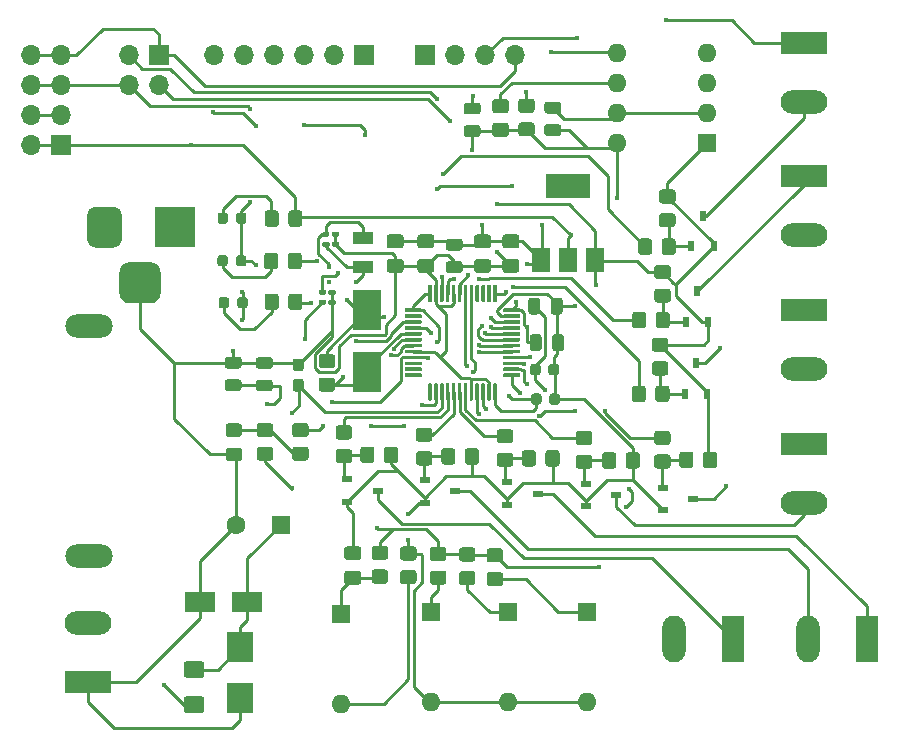
<source format=gbr>
%TF.GenerationSoftware,KiCad,Pcbnew,(5.1.10)-1*%
%TF.CreationDate,2022-04-27T18:27:10+08:00*%
%TF.ProjectId,lamp,6c616d70-2e6b-4696-9361-645f70636258,rev?*%
%TF.SameCoordinates,Original*%
%TF.FileFunction,Copper,L1,Top*%
%TF.FilePolarity,Positive*%
%FSLAX46Y46*%
G04 Gerber Fmt 4.6, Leading zero omitted, Abs format (unit mm)*
G04 Created by KiCad (PCBNEW (5.1.10)-1) date 2022-04-27 18:27:10*
%MOMM*%
%LPD*%
G01*
G04 APERTURE LIST*
%TA.AperFunction,SMDPad,CuDef*%
%ADD10R,2.300000X2.500000*%
%TD*%
%TA.AperFunction,ComponentPad*%
%ADD11O,1.700000X1.700000*%
%TD*%
%TA.AperFunction,ComponentPad*%
%ADD12R,1.700000X1.700000*%
%TD*%
%TA.AperFunction,ComponentPad*%
%ADD13O,1.600000X1.600000*%
%TD*%
%TA.AperFunction,ComponentPad*%
%ADD14R,1.600000X1.600000*%
%TD*%
%TA.AperFunction,ComponentPad*%
%ADD15C,1.600000*%
%TD*%
%TA.AperFunction,SMDPad,CuDef*%
%ADD16R,2.400000X3.500000*%
%TD*%
%TA.AperFunction,SMDPad,CuDef*%
%ADD17R,1.800000X1.000000*%
%TD*%
%TA.AperFunction,ComponentPad*%
%ADD18O,4.000000X2.000000*%
%TD*%
%TA.AperFunction,SMDPad,CuDef*%
%ADD19R,2.500000X1.800000*%
%TD*%
%TA.AperFunction,SMDPad,CuDef*%
%ADD20R,0.600000X0.900000*%
%TD*%
%TA.AperFunction,SMDPad,CuDef*%
%ADD21R,0.900000X0.600000*%
%TD*%
%TA.AperFunction,ComponentPad*%
%ADD22O,3.960000X1.980000*%
%TD*%
%TA.AperFunction,ComponentPad*%
%ADD23R,3.960000X1.980000*%
%TD*%
%TA.AperFunction,ComponentPad*%
%ADD24O,1.980000X3.960000*%
%TD*%
%TA.AperFunction,ComponentPad*%
%ADD25R,1.980000X3.960000*%
%TD*%
%TA.AperFunction,ComponentPad*%
%ADD26R,3.500000X3.500000*%
%TD*%
%TA.AperFunction,SMDPad,CuDef*%
%ADD27R,1.500000X2.000000*%
%TD*%
%TA.AperFunction,SMDPad,CuDef*%
%ADD28R,3.800000X2.000000*%
%TD*%
%TA.AperFunction,ViaPad*%
%ADD29C,0.400000*%
%TD*%
%TA.AperFunction,Conductor*%
%ADD30C,0.250000*%
%TD*%
G04 APERTURE END LIST*
%TO.P,C100,2*%
%TO.N,GND*%
%TA.AperFunction,SMDPad,CuDef*%
G36*
G01*
X145419000Y-16201001D02*
X144469000Y-16201001D01*
G75*
G02*
X144219000Y-15951001I0J250000D01*
G01*
X144219000Y-15451001D01*
G75*
G02*
X144469000Y-15201001I250000J0D01*
G01*
X145419000Y-15201001D01*
G75*
G02*
X145669000Y-15451001I0J-250000D01*
G01*
X145669000Y-15951001D01*
G75*
G02*
X145419000Y-16201001I-250000J0D01*
G01*
G37*
%TD.AperFunction*%
%TO.P,C100,1*%
%TO.N,/+3.3*%
%TA.AperFunction,SMDPad,CuDef*%
G36*
G01*
X145419000Y-18101001D02*
X144469000Y-18101001D01*
G75*
G02*
X144219000Y-17851001I0J250000D01*
G01*
X144219000Y-17351001D01*
G75*
G02*
X144469000Y-17101001I250000J0D01*
G01*
X145419000Y-17101001D01*
G75*
G02*
X145669000Y-17351001I0J-250000D01*
G01*
X145669000Y-17851001D01*
G75*
G02*
X145419000Y-18101001I-250000J0D01*
G01*
G37*
%TD.AperFunction*%
%TD*%
%TO.P,R28,2*%
%TO.N,/+3.3*%
%TA.AperFunction,SMDPad,CuDef*%
G36*
G01*
X140069999Y-16980000D02*
X140970001Y-16980000D01*
G75*
G02*
X141220000Y-17229999I0J-249999D01*
G01*
X141220000Y-17930001D01*
G75*
G02*
X140970001Y-18180000I-249999J0D01*
G01*
X140069999Y-18180000D01*
G75*
G02*
X139820000Y-17930001I0J249999D01*
G01*
X139820000Y-17229999D01*
G75*
G02*
X140069999Y-16980000I249999J0D01*
G01*
G37*
%TD.AperFunction*%
%TO.P,R28,1*%
%TO.N,/IIC_SCL*%
%TA.AperFunction,SMDPad,CuDef*%
G36*
G01*
X140069999Y-14980000D02*
X140970001Y-14980000D01*
G75*
G02*
X141220000Y-15229999I0J-249999D01*
G01*
X141220000Y-15930001D01*
G75*
G02*
X140970001Y-16180000I-249999J0D01*
G01*
X140069999Y-16180000D01*
G75*
G02*
X139820000Y-15930001I0J249999D01*
G01*
X139820000Y-15229999D01*
G75*
G02*
X140069999Y-14980000I249999J0D01*
G01*
G37*
%TD.AperFunction*%
%TD*%
D10*
%TO.P,D1,2*%
%TO.N,GND*%
X118475000Y-65675000D03*
%TO.P,D1,1*%
%TO.N,/+5v*%
X118475000Y-61375000D03*
%TD*%
D11*
%TO.P,J1,8*%
%TO.N,/+3.3*%
X100810000Y-11255000D03*
%TO.P,J1,7*%
X103350000Y-11255000D03*
%TO.P,J1,6*%
%TO.N,GND*%
X100810000Y-13795000D03*
%TO.P,J1,5*%
X103350000Y-13795000D03*
%TO.P,J1,4*%
X100810000Y-16335000D03*
%TO.P,J1,3*%
X103350000Y-16335000D03*
%TO.P,J1,2*%
%TO.N,/+5v*%
X100810000Y-18875000D03*
D12*
%TO.P,J1,1*%
X103350000Y-18875000D03*
%TD*%
%TO.P,LD1,2*%
%TO.N,Net-(LD1-Pad2)*%
%TA.AperFunction,SMDPad,CuDef*%
G36*
G01*
X118390001Y-43590000D02*
X117489999Y-43590000D01*
G75*
G02*
X117240000Y-43340001I0J249999D01*
G01*
X117240000Y-42689999D01*
G75*
G02*
X117489999Y-42440000I249999J0D01*
G01*
X118390001Y-42440000D01*
G75*
G02*
X118640000Y-42689999I0J-249999D01*
G01*
X118640000Y-43340001D01*
G75*
G02*
X118390001Y-43590000I-249999J0D01*
G01*
G37*
%TD.AperFunction*%
%TO.P,LD1,1*%
%TO.N,GND*%
%TA.AperFunction,SMDPad,CuDef*%
G36*
G01*
X118390001Y-45640000D02*
X117489999Y-45640000D01*
G75*
G02*
X117240000Y-45390001I0J249999D01*
G01*
X117240000Y-44739999D01*
G75*
G02*
X117489999Y-44490000I249999J0D01*
G01*
X118390001Y-44490000D01*
G75*
G02*
X118640000Y-44739999I0J-249999D01*
G01*
X118640000Y-45390001D01*
G75*
G02*
X118390001Y-45640000I-249999J0D01*
G01*
G37*
%TD.AperFunction*%
%TD*%
%TO.P,F1,2*%
%TO.N,Net-(F1-Pad2)*%
%TA.AperFunction,SMDPad,CuDef*%
G36*
G01*
X113950000Y-65537500D02*
X115200000Y-65537500D01*
G75*
G02*
X115450000Y-65787500I0J-250000D01*
G01*
X115450000Y-66712500D01*
G75*
G02*
X115200000Y-66962500I-250000J0D01*
G01*
X113950000Y-66962500D01*
G75*
G02*
X113700000Y-66712500I0J250000D01*
G01*
X113700000Y-65787500D01*
G75*
G02*
X113950000Y-65537500I250000J0D01*
G01*
G37*
%TD.AperFunction*%
%TO.P,F1,1*%
%TO.N,/+5v*%
%TA.AperFunction,SMDPad,CuDef*%
G36*
G01*
X113950000Y-62562500D02*
X115200000Y-62562500D01*
G75*
G02*
X115450000Y-62812500I0J-250000D01*
G01*
X115450000Y-63737500D01*
G75*
G02*
X115200000Y-63987500I-250000J0D01*
G01*
X113950000Y-63987500D01*
G75*
G02*
X113700000Y-63737500I0J250000D01*
G01*
X113700000Y-62812500D01*
G75*
G02*
X113950000Y-62562500I250000J0D01*
G01*
G37*
%TD.AperFunction*%
%TD*%
D13*
%TO.P,U2,8*%
%TO.N,/+3.3*%
X150390000Y-18710000D03*
%TO.P,U2,4*%
%TO.N,GND*%
X158010000Y-11090000D03*
%TO.P,U2,7*%
X150390000Y-16170000D03*
%TO.P,U2,3*%
X158010000Y-13630000D03*
%TO.P,U2,6*%
%TO.N,/IIC_SCL*%
X150390000Y-13630000D03*
%TO.P,U2,2*%
%TO.N,GND*%
X158010000Y-16170000D03*
%TO.P,U2,5*%
%TO.N,/IIC_SDA*%
X150390000Y-11090000D03*
D14*
%TO.P,U2,1*%
%TO.N,GND*%
X158010000Y-18710000D03*
%TD*%
D15*
%TO.P,C15,2*%
%TO.N,GND*%
X118140000Y-51000000D03*
D14*
%TO.P,C15,1*%
%TO.N,/+5v*%
X121940000Y-51000000D03*
%TD*%
D16*
%TO.P,Y1,2*%
%TO.N,Net-(C8-Pad1)*%
X129260000Y-32840000D03*
%TO.P,Y1,1*%
%TO.N,Net-(C7-Pad1)*%
X129260000Y-38040000D03*
%TD*%
D17*
%TO.P,Y2,2*%
%TO.N,Net-(C10-Pad1)*%
X128870000Y-29230000D03*
%TO.P,Y2,1*%
%TO.N,Net-(C9-Pad1)*%
X128870000Y-26730000D03*
%TD*%
%TO.P,R29,2*%
%TO.N,/+3.3*%
%TA.AperFunction,SMDPad,CuDef*%
G36*
G01*
X142269999Y-16942500D02*
X143170001Y-16942500D01*
G75*
G02*
X143420000Y-17192499I0J-249999D01*
G01*
X143420000Y-17892501D01*
G75*
G02*
X143170001Y-18142500I-249999J0D01*
G01*
X142269999Y-18142500D01*
G75*
G02*
X142020000Y-17892501I0J249999D01*
G01*
X142020000Y-17192499D01*
G75*
G02*
X142269999Y-16942500I249999J0D01*
G01*
G37*
%TD.AperFunction*%
%TO.P,R29,1*%
%TO.N,/IIC_SDA*%
%TA.AperFunction,SMDPad,CuDef*%
G36*
G01*
X142269999Y-14942500D02*
X143170001Y-14942500D01*
G75*
G02*
X143420000Y-15192499I0J-249999D01*
G01*
X143420000Y-15892501D01*
G75*
G02*
X143170001Y-16142500I-249999J0D01*
G01*
X142269999Y-16142500D01*
G75*
G02*
X142020000Y-15892501I0J249999D01*
G01*
X142020000Y-15192499D01*
G75*
G02*
X142269999Y-14942500I249999J0D01*
G01*
G37*
%TD.AperFunction*%
%TD*%
%TO.P,R27,2*%
%TO.N,/+3.3*%
%TA.AperFunction,SMDPad,CuDef*%
G36*
G01*
X124030001Y-43600000D02*
X123129999Y-43600000D01*
G75*
G02*
X122880000Y-43350001I0J249999D01*
G01*
X122880000Y-42649999D01*
G75*
G02*
X123129999Y-42400000I249999J0D01*
G01*
X124030001Y-42400000D01*
G75*
G02*
X124280000Y-42649999I0J-249999D01*
G01*
X124280000Y-43350001D01*
G75*
G02*
X124030001Y-43600000I-249999J0D01*
G01*
G37*
%TD.AperFunction*%
%TO.P,R27,1*%
%TO.N,Net-(LD1-Pad2)*%
%TA.AperFunction,SMDPad,CuDef*%
G36*
G01*
X124030001Y-45600000D02*
X123129999Y-45600000D01*
G75*
G02*
X122880000Y-45350001I0J249999D01*
G01*
X122880000Y-44649999D01*
G75*
G02*
X123129999Y-44400000I249999J0D01*
G01*
X124030001Y-44400000D01*
G75*
G02*
X124280000Y-44649999I0J-249999D01*
G01*
X124280000Y-45350001D01*
G75*
G02*
X124030001Y-45600000I-249999J0D01*
G01*
G37*
%TD.AperFunction*%
%TD*%
%TO.P,R26,2*%
%TO.N,Net-(LD1-Pad2)*%
%TA.AperFunction,SMDPad,CuDef*%
G36*
G01*
X121030001Y-43600000D02*
X120129999Y-43600000D01*
G75*
G02*
X119880000Y-43350001I0J249999D01*
G01*
X119880000Y-42649999D01*
G75*
G02*
X120129999Y-42400000I249999J0D01*
G01*
X121030001Y-42400000D01*
G75*
G02*
X121280000Y-42649999I0J-249999D01*
G01*
X121280000Y-43350001D01*
G75*
G02*
X121030001Y-43600000I-249999J0D01*
G01*
G37*
%TD.AperFunction*%
%TO.P,R26,1*%
%TO.N,/LIGHT*%
%TA.AperFunction,SMDPad,CuDef*%
G36*
G01*
X121030001Y-45600000D02*
X120129999Y-45600000D01*
G75*
G02*
X119880000Y-45350001I0J249999D01*
G01*
X119880000Y-44649999D01*
G75*
G02*
X120129999Y-44400000I249999J0D01*
G01*
X121030001Y-44400000D01*
G75*
G02*
X121280000Y-44649999I0J-249999D01*
G01*
X121280000Y-45350001D01*
G75*
G02*
X121030001Y-45600000I-249999J0D01*
G01*
G37*
%TD.AperFunction*%
%TD*%
%TO.P,R25,2*%
%TO.N,/SW_3*%
%TA.AperFunction,SMDPad,CuDef*%
G36*
G01*
X139589999Y-55010000D02*
X140490001Y-55010000D01*
G75*
G02*
X140740000Y-55259999I0J-249999D01*
G01*
X140740000Y-55960001D01*
G75*
G02*
X140490001Y-56210000I-249999J0D01*
G01*
X139589999Y-56210000D01*
G75*
G02*
X139340000Y-55960001I0J249999D01*
G01*
X139340000Y-55259999D01*
G75*
G02*
X139589999Y-55010000I249999J0D01*
G01*
G37*
%TD.AperFunction*%
%TO.P,R25,1*%
%TO.N,/+3.3*%
%TA.AperFunction,SMDPad,CuDef*%
G36*
G01*
X139589999Y-53010000D02*
X140490001Y-53010000D01*
G75*
G02*
X140740000Y-53259999I0J-249999D01*
G01*
X140740000Y-53960001D01*
G75*
G02*
X140490001Y-54210000I-249999J0D01*
G01*
X139589999Y-54210000D01*
G75*
G02*
X139340000Y-53960001I0J249999D01*
G01*
X139340000Y-53259999D01*
G75*
G02*
X139589999Y-53010000I249999J0D01*
G01*
G37*
%TD.AperFunction*%
%TD*%
%TO.P,R24,2*%
%TO.N,/SW_2*%
%TA.AperFunction,SMDPad,CuDef*%
G36*
G01*
X137249999Y-54930000D02*
X138150001Y-54930000D01*
G75*
G02*
X138400000Y-55179999I0J-249999D01*
G01*
X138400000Y-55880001D01*
G75*
G02*
X138150001Y-56130000I-249999J0D01*
G01*
X137249999Y-56130000D01*
G75*
G02*
X137000000Y-55880001I0J249999D01*
G01*
X137000000Y-55179999D01*
G75*
G02*
X137249999Y-54930000I249999J0D01*
G01*
G37*
%TD.AperFunction*%
%TO.P,R24,1*%
%TO.N,/+3.3*%
%TA.AperFunction,SMDPad,CuDef*%
G36*
G01*
X137249999Y-52930000D02*
X138150001Y-52930000D01*
G75*
G02*
X138400000Y-53179999I0J-249999D01*
G01*
X138400000Y-53880001D01*
G75*
G02*
X138150001Y-54130000I-249999J0D01*
G01*
X137249999Y-54130000D01*
G75*
G02*
X137000000Y-53880001I0J249999D01*
G01*
X137000000Y-53179999D01*
G75*
G02*
X137249999Y-52930000I249999J0D01*
G01*
G37*
%TD.AperFunction*%
%TD*%
%TO.P,R23,2*%
%TO.N,/SW_1*%
%TA.AperFunction,SMDPad,CuDef*%
G36*
G01*
X134789999Y-54890000D02*
X135690001Y-54890000D01*
G75*
G02*
X135940000Y-55139999I0J-249999D01*
G01*
X135940000Y-55840001D01*
G75*
G02*
X135690001Y-56090000I-249999J0D01*
G01*
X134789999Y-56090000D01*
G75*
G02*
X134540000Y-55840001I0J249999D01*
G01*
X134540000Y-55139999D01*
G75*
G02*
X134789999Y-54890000I249999J0D01*
G01*
G37*
%TD.AperFunction*%
%TO.P,R23,1*%
%TO.N,/+3.3*%
%TA.AperFunction,SMDPad,CuDef*%
G36*
G01*
X134789999Y-52890000D02*
X135690001Y-52890000D01*
G75*
G02*
X135940000Y-53139999I0J-249999D01*
G01*
X135940000Y-53840001D01*
G75*
G02*
X135690001Y-54090000I-249999J0D01*
G01*
X134789999Y-54090000D01*
G75*
G02*
X134540000Y-53840001I0J249999D01*
G01*
X134540000Y-53139999D01*
G75*
G02*
X134789999Y-52890000I249999J0D01*
G01*
G37*
%TD.AperFunction*%
%TD*%
%TO.P,R22,2*%
%TO.N,GND*%
%TA.AperFunction,SMDPad,CuDef*%
G36*
G01*
X155090001Y-23830000D02*
X154189999Y-23830000D01*
G75*
G02*
X153940000Y-23580001I0J249999D01*
G01*
X153940000Y-22879999D01*
G75*
G02*
X154189999Y-22630000I249999J0D01*
G01*
X155090001Y-22630000D01*
G75*
G02*
X155340000Y-22879999I0J-249999D01*
G01*
X155340000Y-23580001D01*
G75*
G02*
X155090001Y-23830000I-249999J0D01*
G01*
G37*
%TD.AperFunction*%
%TO.P,R22,1*%
%TO.N,Net-(Q8-Pad1)*%
%TA.AperFunction,SMDPad,CuDef*%
G36*
G01*
X155090001Y-25830000D02*
X154189999Y-25830000D01*
G75*
G02*
X153940000Y-25580001I0J249999D01*
G01*
X153940000Y-24879999D01*
G75*
G02*
X154189999Y-24630000I249999J0D01*
G01*
X155090001Y-24630000D01*
G75*
G02*
X155340000Y-24879999I0J-249999D01*
G01*
X155340000Y-25580001D01*
G75*
G02*
X155090001Y-25830000I-249999J0D01*
G01*
G37*
%TD.AperFunction*%
%TD*%
%TO.P,R21,2*%
%TO.N,GND*%
%TA.AperFunction,SMDPad,CuDef*%
G36*
G01*
X154690001Y-30220000D02*
X153789999Y-30220000D01*
G75*
G02*
X153540000Y-29970001I0J249999D01*
G01*
X153540000Y-29269999D01*
G75*
G02*
X153789999Y-29020000I249999J0D01*
G01*
X154690001Y-29020000D01*
G75*
G02*
X154940000Y-29269999I0J-249999D01*
G01*
X154940000Y-29970001D01*
G75*
G02*
X154690001Y-30220000I-249999J0D01*
G01*
G37*
%TD.AperFunction*%
%TO.P,R21,1*%
%TO.N,Net-(Q7-Pad1)*%
%TA.AperFunction,SMDPad,CuDef*%
G36*
G01*
X154690001Y-32220000D02*
X153789999Y-32220000D01*
G75*
G02*
X153540000Y-31970001I0J249999D01*
G01*
X153540000Y-31269999D01*
G75*
G02*
X153789999Y-31020000I249999J0D01*
G01*
X154690001Y-31020000D01*
G75*
G02*
X154940000Y-31269999I0J-249999D01*
G01*
X154940000Y-31970001D01*
G75*
G02*
X154690001Y-32220000I-249999J0D01*
G01*
G37*
%TD.AperFunction*%
%TD*%
%TO.P,R20,2*%
%TO.N,GND*%
%TA.AperFunction,SMDPad,CuDef*%
G36*
G01*
X154480001Y-36380000D02*
X153579999Y-36380000D01*
G75*
G02*
X153330000Y-36130001I0J249999D01*
G01*
X153330000Y-35429999D01*
G75*
G02*
X153579999Y-35180000I249999J0D01*
G01*
X154480001Y-35180000D01*
G75*
G02*
X154730000Y-35429999I0J-249999D01*
G01*
X154730000Y-36130001D01*
G75*
G02*
X154480001Y-36380000I-249999J0D01*
G01*
G37*
%TD.AperFunction*%
%TO.P,R20,1*%
%TO.N,Net-(Q6-Pad1)*%
%TA.AperFunction,SMDPad,CuDef*%
G36*
G01*
X154480001Y-38380000D02*
X153579999Y-38380000D01*
G75*
G02*
X153330000Y-38130001I0J249999D01*
G01*
X153330000Y-37429999D01*
G75*
G02*
X153579999Y-37180000I249999J0D01*
G01*
X154480001Y-37180000D01*
G75*
G02*
X154730000Y-37429999I0J-249999D01*
G01*
X154730000Y-38130001D01*
G75*
G02*
X154480001Y-38380000I-249999J0D01*
G01*
G37*
%TD.AperFunction*%
%TD*%
%TO.P,R19,2*%
%TO.N,GND*%
%TA.AperFunction,SMDPad,CuDef*%
G36*
G01*
X157660000Y-45970001D02*
X157660000Y-45069999D01*
G75*
G02*
X157909999Y-44820000I249999J0D01*
G01*
X158610001Y-44820000D01*
G75*
G02*
X158860000Y-45069999I0J-249999D01*
G01*
X158860000Y-45970001D01*
G75*
G02*
X158610001Y-46220000I-249999J0D01*
G01*
X157909999Y-46220000D01*
G75*
G02*
X157660000Y-45970001I0J249999D01*
G01*
G37*
%TD.AperFunction*%
%TO.P,R19,1*%
%TO.N,Net-(Q5-Pad1)*%
%TA.AperFunction,SMDPad,CuDef*%
G36*
G01*
X155660000Y-45970001D02*
X155660000Y-45069999D01*
G75*
G02*
X155909999Y-44820000I249999J0D01*
G01*
X156610001Y-44820000D01*
G75*
G02*
X156860000Y-45069999I0J-249999D01*
G01*
X156860000Y-45970001D01*
G75*
G02*
X156610001Y-46220000I-249999J0D01*
G01*
X155909999Y-46220000D01*
G75*
G02*
X155660000Y-45970001I0J249999D01*
G01*
G37*
%TD.AperFunction*%
%TD*%
%TO.P,R18,2*%
%TO.N,GND*%
%TA.AperFunction,SMDPad,CuDef*%
G36*
G01*
X151120000Y-46020001D02*
X151120000Y-45119999D01*
G75*
G02*
X151369999Y-44870000I249999J0D01*
G01*
X152070001Y-44870000D01*
G75*
G02*
X152320000Y-45119999I0J-249999D01*
G01*
X152320000Y-46020001D01*
G75*
G02*
X152070001Y-46270000I-249999J0D01*
G01*
X151369999Y-46270000D01*
G75*
G02*
X151120000Y-46020001I0J249999D01*
G01*
G37*
%TD.AperFunction*%
%TO.P,R18,1*%
%TO.N,Net-(Q4-Pad1)*%
%TA.AperFunction,SMDPad,CuDef*%
G36*
G01*
X149120000Y-46020001D02*
X149120000Y-45119999D01*
G75*
G02*
X149369999Y-44870000I249999J0D01*
G01*
X150070001Y-44870000D01*
G75*
G02*
X150320000Y-45119999I0J-249999D01*
G01*
X150320000Y-46020001D01*
G75*
G02*
X150070001Y-46270000I-249999J0D01*
G01*
X149369999Y-46270000D01*
G75*
G02*
X149120000Y-46020001I0J249999D01*
G01*
G37*
%TD.AperFunction*%
%TD*%
%TO.P,R17,2*%
%TO.N,GND*%
%TA.AperFunction,SMDPad,CuDef*%
G36*
G01*
X144330000Y-45840001D02*
X144330000Y-44939999D01*
G75*
G02*
X144579999Y-44690000I249999J0D01*
G01*
X145280001Y-44690000D01*
G75*
G02*
X145530000Y-44939999I0J-249999D01*
G01*
X145530000Y-45840001D01*
G75*
G02*
X145280001Y-46090000I-249999J0D01*
G01*
X144579999Y-46090000D01*
G75*
G02*
X144330000Y-45840001I0J249999D01*
G01*
G37*
%TD.AperFunction*%
%TO.P,R17,1*%
%TO.N,Net-(Q3-Pad1)*%
%TA.AperFunction,SMDPad,CuDef*%
G36*
G01*
X142330000Y-45840001D02*
X142330000Y-44939999D01*
G75*
G02*
X142579999Y-44690000I249999J0D01*
G01*
X143280001Y-44690000D01*
G75*
G02*
X143530000Y-44939999I0J-249999D01*
G01*
X143530000Y-45840001D01*
G75*
G02*
X143280001Y-46090000I-249999J0D01*
G01*
X142579999Y-46090000D01*
G75*
G02*
X142330000Y-45840001I0J249999D01*
G01*
G37*
%TD.AperFunction*%
%TD*%
%TO.P,R16,2*%
%TO.N,GND*%
%TA.AperFunction,SMDPad,CuDef*%
G36*
G01*
X137500000Y-45680001D02*
X137500000Y-44779999D01*
G75*
G02*
X137749999Y-44530000I249999J0D01*
G01*
X138450001Y-44530000D01*
G75*
G02*
X138700000Y-44779999I0J-249999D01*
G01*
X138700000Y-45680001D01*
G75*
G02*
X138450001Y-45930000I-249999J0D01*
G01*
X137749999Y-45930000D01*
G75*
G02*
X137500000Y-45680001I0J249999D01*
G01*
G37*
%TD.AperFunction*%
%TO.P,R16,1*%
%TO.N,Net-(Q2-Pad1)*%
%TA.AperFunction,SMDPad,CuDef*%
G36*
G01*
X135500000Y-45680001D02*
X135500000Y-44779999D01*
G75*
G02*
X135749999Y-44530000I249999J0D01*
G01*
X136450001Y-44530000D01*
G75*
G02*
X136700000Y-44779999I0J-249999D01*
G01*
X136700000Y-45680001D01*
G75*
G02*
X136450001Y-45930000I-249999J0D01*
G01*
X135749999Y-45930000D01*
G75*
G02*
X135500000Y-45680001I0J249999D01*
G01*
G37*
%TD.AperFunction*%
%TD*%
%TO.P,R15,2*%
%TO.N,GND*%
%TA.AperFunction,SMDPad,CuDef*%
G36*
G01*
X130650000Y-45550001D02*
X130650000Y-44649999D01*
G75*
G02*
X130899999Y-44400000I249999J0D01*
G01*
X131600001Y-44400000D01*
G75*
G02*
X131850000Y-44649999I0J-249999D01*
G01*
X131850000Y-45550001D01*
G75*
G02*
X131600001Y-45800000I-249999J0D01*
G01*
X130899999Y-45800000D01*
G75*
G02*
X130650000Y-45550001I0J249999D01*
G01*
G37*
%TD.AperFunction*%
%TO.P,R15,1*%
%TO.N,Net-(Q1-Pad1)*%
%TA.AperFunction,SMDPad,CuDef*%
G36*
G01*
X128650000Y-45550001D02*
X128650000Y-44649999D01*
G75*
G02*
X128899999Y-44400000I249999J0D01*
G01*
X129600001Y-44400000D01*
G75*
G02*
X129850000Y-44649999I0J-249999D01*
G01*
X129850000Y-45550001D01*
G75*
G02*
X129600001Y-45800000I-249999J0D01*
G01*
X128899999Y-45800000D01*
G75*
G02*
X128650000Y-45550001I0J249999D01*
G01*
G37*
%TD.AperFunction*%
%TD*%
%TO.P,R14,2*%
%TO.N,Net-(Q8-Pad1)*%
%TA.AperFunction,SMDPad,CuDef*%
G36*
G01*
X154160000Y-27920001D02*
X154160000Y-27019999D01*
G75*
G02*
X154409999Y-26770000I249999J0D01*
G01*
X155110001Y-26770000D01*
G75*
G02*
X155360000Y-27019999I0J-249999D01*
G01*
X155360000Y-27920001D01*
G75*
G02*
X155110001Y-28170000I-249999J0D01*
G01*
X154409999Y-28170000D01*
G75*
G02*
X154160000Y-27920001I0J249999D01*
G01*
G37*
%TD.AperFunction*%
%TO.P,R14,1*%
%TO.N,/T4_W*%
%TA.AperFunction,SMDPad,CuDef*%
G36*
G01*
X152160000Y-27920001D02*
X152160000Y-27019999D01*
G75*
G02*
X152409999Y-26770000I249999J0D01*
G01*
X153110001Y-26770000D01*
G75*
G02*
X153360000Y-27019999I0J-249999D01*
G01*
X153360000Y-27920001D01*
G75*
G02*
X153110001Y-28170000I-249999J0D01*
G01*
X152409999Y-28170000D01*
G75*
G02*
X152160000Y-27920001I0J249999D01*
G01*
G37*
%TD.AperFunction*%
%TD*%
%TO.P,R13,2*%
%TO.N,Net-(Q7-Pad1)*%
%TA.AperFunction,SMDPad,CuDef*%
G36*
G01*
X153660000Y-34140001D02*
X153660000Y-33239999D01*
G75*
G02*
X153909999Y-32990000I249999J0D01*
G01*
X154610001Y-32990000D01*
G75*
G02*
X154860000Y-33239999I0J-249999D01*
G01*
X154860000Y-34140001D01*
G75*
G02*
X154610001Y-34390000I-249999J0D01*
G01*
X153909999Y-34390000D01*
G75*
G02*
X153660000Y-34140001I0J249999D01*
G01*
G37*
%TD.AperFunction*%
%TO.P,R13,1*%
%TO.N,/T4_B*%
%TA.AperFunction,SMDPad,CuDef*%
G36*
G01*
X151660000Y-34140001D02*
X151660000Y-33239999D01*
G75*
G02*
X151909999Y-32990000I249999J0D01*
G01*
X152610001Y-32990000D01*
G75*
G02*
X152860000Y-33239999I0J-249999D01*
G01*
X152860000Y-34140001D01*
G75*
G02*
X152610001Y-34390000I-249999J0D01*
G01*
X151909999Y-34390000D01*
G75*
G02*
X151660000Y-34140001I0J249999D01*
G01*
G37*
%TD.AperFunction*%
%TD*%
%TO.P,R12,2*%
%TO.N,Net-(Q6-Pad1)*%
%TA.AperFunction,SMDPad,CuDef*%
G36*
G01*
X153630000Y-40390001D02*
X153630000Y-39489999D01*
G75*
G02*
X153879999Y-39240000I249999J0D01*
G01*
X154580001Y-39240000D01*
G75*
G02*
X154830000Y-39489999I0J-249999D01*
G01*
X154830000Y-40390001D01*
G75*
G02*
X154580001Y-40640000I-249999J0D01*
G01*
X153879999Y-40640000D01*
G75*
G02*
X153630000Y-40390001I0J249999D01*
G01*
G37*
%TD.AperFunction*%
%TO.P,R12,1*%
%TO.N,/T4_G*%
%TA.AperFunction,SMDPad,CuDef*%
G36*
G01*
X151630000Y-40390001D02*
X151630000Y-39489999D01*
G75*
G02*
X151879999Y-39240000I249999J0D01*
G01*
X152580001Y-39240000D01*
G75*
G02*
X152830000Y-39489999I0J-249999D01*
G01*
X152830000Y-40390001D01*
G75*
G02*
X152580001Y-40640000I-249999J0D01*
G01*
X151879999Y-40640000D01*
G75*
G02*
X151630000Y-40390001I0J249999D01*
G01*
G37*
%TD.AperFunction*%
%TD*%
%TO.P,R11,2*%
%TO.N,Net-(Q5-Pad1)*%
%TA.AperFunction,SMDPad,CuDef*%
G36*
G01*
X153769999Y-45060000D02*
X154670001Y-45060000D01*
G75*
G02*
X154920000Y-45309999I0J-249999D01*
G01*
X154920000Y-46010001D01*
G75*
G02*
X154670001Y-46260000I-249999J0D01*
G01*
X153769999Y-46260000D01*
G75*
G02*
X153520000Y-46010001I0J249999D01*
G01*
X153520000Y-45309999D01*
G75*
G02*
X153769999Y-45060000I249999J0D01*
G01*
G37*
%TD.AperFunction*%
%TO.P,R11,1*%
%TO.N,/T4_R*%
%TA.AperFunction,SMDPad,CuDef*%
G36*
G01*
X153769999Y-43060000D02*
X154670001Y-43060000D01*
G75*
G02*
X154920000Y-43309999I0J-249999D01*
G01*
X154920000Y-44010001D01*
G75*
G02*
X154670001Y-44260000I-249999J0D01*
G01*
X153769999Y-44260000D01*
G75*
G02*
X153520000Y-44010001I0J249999D01*
G01*
X153520000Y-43309999D01*
G75*
G02*
X153769999Y-43060000I249999J0D01*
G01*
G37*
%TD.AperFunction*%
%TD*%
%TO.P,R10,2*%
%TO.N,Net-(Q4-Pad1)*%
%TA.AperFunction,SMDPad,CuDef*%
G36*
G01*
X147139999Y-45070000D02*
X148040001Y-45070000D01*
G75*
G02*
X148290000Y-45319999I0J-249999D01*
G01*
X148290000Y-46020001D01*
G75*
G02*
X148040001Y-46270000I-249999J0D01*
G01*
X147139999Y-46270000D01*
G75*
G02*
X146890000Y-46020001I0J249999D01*
G01*
X146890000Y-45319999D01*
G75*
G02*
X147139999Y-45070000I249999J0D01*
G01*
G37*
%TD.AperFunction*%
%TO.P,R10,1*%
%TO.N,/T3_W*%
%TA.AperFunction,SMDPad,CuDef*%
G36*
G01*
X147139999Y-43070000D02*
X148040001Y-43070000D01*
G75*
G02*
X148290000Y-43319999I0J-249999D01*
G01*
X148290000Y-44020001D01*
G75*
G02*
X148040001Y-44270000I-249999J0D01*
G01*
X147139999Y-44270000D01*
G75*
G02*
X146890000Y-44020001I0J249999D01*
G01*
X146890000Y-43319999D01*
G75*
G02*
X147139999Y-43070000I249999J0D01*
G01*
G37*
%TD.AperFunction*%
%TD*%
%TO.P,R9,2*%
%TO.N,Net-(Q3-Pad1)*%
%TA.AperFunction,SMDPad,CuDef*%
G36*
G01*
X140449999Y-44910000D02*
X141350001Y-44910000D01*
G75*
G02*
X141600000Y-45159999I0J-249999D01*
G01*
X141600000Y-45860001D01*
G75*
G02*
X141350001Y-46110000I-249999J0D01*
G01*
X140449999Y-46110000D01*
G75*
G02*
X140200000Y-45860001I0J249999D01*
G01*
X140200000Y-45159999D01*
G75*
G02*
X140449999Y-44910000I249999J0D01*
G01*
G37*
%TD.AperFunction*%
%TO.P,R9,1*%
%TO.N,/T3_B*%
%TA.AperFunction,SMDPad,CuDef*%
G36*
G01*
X140449999Y-42910000D02*
X141350001Y-42910000D01*
G75*
G02*
X141600000Y-43159999I0J-249999D01*
G01*
X141600000Y-43860001D01*
G75*
G02*
X141350001Y-44110000I-249999J0D01*
G01*
X140449999Y-44110000D01*
G75*
G02*
X140200000Y-43860001I0J249999D01*
G01*
X140200000Y-43159999D01*
G75*
G02*
X140449999Y-42910000I249999J0D01*
G01*
G37*
%TD.AperFunction*%
%TD*%
%TO.P,R8,2*%
%TO.N,Net-(Q2-Pad1)*%
%TA.AperFunction,SMDPad,CuDef*%
G36*
G01*
X133599999Y-44800000D02*
X134500001Y-44800000D01*
G75*
G02*
X134750000Y-45049999I0J-249999D01*
G01*
X134750000Y-45750001D01*
G75*
G02*
X134500001Y-46000000I-249999J0D01*
G01*
X133599999Y-46000000D01*
G75*
G02*
X133350000Y-45750001I0J249999D01*
G01*
X133350000Y-45049999D01*
G75*
G02*
X133599999Y-44800000I249999J0D01*
G01*
G37*
%TD.AperFunction*%
%TO.P,R8,1*%
%TO.N,/T3_G*%
%TA.AperFunction,SMDPad,CuDef*%
G36*
G01*
X133599999Y-42800000D02*
X134500001Y-42800000D01*
G75*
G02*
X134750000Y-43049999I0J-249999D01*
G01*
X134750000Y-43750001D01*
G75*
G02*
X134500001Y-44000000I-249999J0D01*
G01*
X133599999Y-44000000D01*
G75*
G02*
X133350000Y-43750001I0J249999D01*
G01*
X133350000Y-43049999D01*
G75*
G02*
X133599999Y-42800000I249999J0D01*
G01*
G37*
%TD.AperFunction*%
%TD*%
%TO.P,R7,2*%
%TO.N,Net-(Q1-Pad1)*%
%TA.AperFunction,SMDPad,CuDef*%
G36*
G01*
X126809999Y-44600000D02*
X127710001Y-44600000D01*
G75*
G02*
X127960000Y-44849999I0J-249999D01*
G01*
X127960000Y-45550001D01*
G75*
G02*
X127710001Y-45800000I-249999J0D01*
G01*
X126809999Y-45800000D01*
G75*
G02*
X126560000Y-45550001I0J249999D01*
G01*
X126560000Y-44849999D01*
G75*
G02*
X126809999Y-44600000I249999J0D01*
G01*
G37*
%TD.AperFunction*%
%TO.P,R7,1*%
%TO.N,/T3_R*%
%TA.AperFunction,SMDPad,CuDef*%
G36*
G01*
X126809999Y-42600000D02*
X127710001Y-42600000D01*
G75*
G02*
X127960000Y-42849999I0J-249999D01*
G01*
X127960000Y-43550001D01*
G75*
G02*
X127710001Y-43800000I-249999J0D01*
G01*
X126809999Y-43800000D01*
G75*
G02*
X126560000Y-43550001I0J249999D01*
G01*
X126560000Y-42849999D01*
G75*
G02*
X126809999Y-42600000I249999J0D01*
G01*
G37*
%TD.AperFunction*%
%TD*%
%TO.P,R6,2*%
%TO.N,Net-(BLUE1-Pad1)*%
%TA.AperFunction,SMDPad,CuDef*%
G36*
G01*
X121750000Y-31689999D02*
X121750000Y-32590001D01*
G75*
G02*
X121500001Y-32840000I-249999J0D01*
G01*
X120799999Y-32840000D01*
G75*
G02*
X120550000Y-32590001I0J249999D01*
G01*
X120550000Y-31689999D01*
G75*
G02*
X120799999Y-31440000I249999J0D01*
G01*
X121500001Y-31440000D01*
G75*
G02*
X121750000Y-31689999I0J-249999D01*
G01*
G37*
%TD.AperFunction*%
%TO.P,R6,1*%
%TO.N,/LED1*%
%TA.AperFunction,SMDPad,CuDef*%
G36*
G01*
X123750000Y-31689999D02*
X123750000Y-32590001D01*
G75*
G02*
X123500001Y-32840000I-249999J0D01*
G01*
X122799999Y-32840000D01*
G75*
G02*
X122550000Y-32590001I0J249999D01*
G01*
X122550000Y-31689999D01*
G75*
G02*
X122799999Y-31440000I249999J0D01*
G01*
X123500001Y-31440000D01*
G75*
G02*
X123750000Y-31689999I0J-249999D01*
G01*
G37*
%TD.AperFunction*%
%TD*%
%TO.P,R5,2*%
%TO.N,Net-(GREEN1-Pad1)*%
%TA.AperFunction,SMDPad,CuDef*%
G36*
G01*
X121700000Y-28239999D02*
X121700000Y-29140001D01*
G75*
G02*
X121450001Y-29390000I-249999J0D01*
G01*
X120749999Y-29390000D01*
G75*
G02*
X120500000Y-29140001I0J249999D01*
G01*
X120500000Y-28239999D01*
G75*
G02*
X120749999Y-27990000I249999J0D01*
G01*
X121450001Y-27990000D01*
G75*
G02*
X121700000Y-28239999I0J-249999D01*
G01*
G37*
%TD.AperFunction*%
%TO.P,R5,1*%
%TO.N,/LED0*%
%TA.AperFunction,SMDPad,CuDef*%
G36*
G01*
X123700000Y-28239999D02*
X123700000Y-29140001D01*
G75*
G02*
X123450001Y-29390000I-249999J0D01*
G01*
X122749999Y-29390000D01*
G75*
G02*
X122500000Y-29140001I0J249999D01*
G01*
X122500000Y-28239999D01*
G75*
G02*
X122749999Y-27990000I249999J0D01*
G01*
X123450001Y-27990000D01*
G75*
G02*
X123700000Y-28239999I0J-249999D01*
G01*
G37*
%TD.AperFunction*%
%TD*%
%TO.P,R4,2*%
%TO.N,Net-(R4-Pad2)*%
%TA.AperFunction,SMDPad,CuDef*%
G36*
G01*
X121750000Y-24639999D02*
X121750000Y-25540001D01*
G75*
G02*
X121500001Y-25790000I-249999J0D01*
G01*
X120799999Y-25790000D01*
G75*
G02*
X120550000Y-25540001I0J249999D01*
G01*
X120550000Y-24639999D01*
G75*
G02*
X120799999Y-24390000I249999J0D01*
G01*
X121500001Y-24390000D01*
G75*
G02*
X121750000Y-24639999I0J-249999D01*
G01*
G37*
%TD.AperFunction*%
%TO.P,R4,1*%
%TO.N,/+5v*%
%TA.AperFunction,SMDPad,CuDef*%
G36*
G01*
X123750000Y-24639999D02*
X123750000Y-25540001D01*
G75*
G02*
X123500001Y-25790000I-249999J0D01*
G01*
X122799999Y-25790000D01*
G75*
G02*
X122550000Y-25540001I0J249999D01*
G01*
X122550000Y-24639999D01*
G75*
G02*
X122799999Y-24390000I249999J0D01*
G01*
X123500001Y-24390000D01*
G75*
G02*
X123750000Y-24639999I0J-249999D01*
G01*
G37*
%TD.AperFunction*%
%TD*%
%TO.P,R3,2*%
%TO.N,Net-(C8-Pad1)*%
%TA.AperFunction,SMDPad,CuDef*%
G36*
G01*
X126270001Y-37760000D02*
X125369999Y-37760000D01*
G75*
G02*
X125120000Y-37510001I0J249999D01*
G01*
X125120000Y-36809999D01*
G75*
G02*
X125369999Y-36560000I249999J0D01*
G01*
X126270001Y-36560000D01*
G75*
G02*
X126520000Y-36809999I0J-249999D01*
G01*
X126520000Y-37510001D01*
G75*
G02*
X126270001Y-37760000I-249999J0D01*
G01*
G37*
%TD.AperFunction*%
%TO.P,R3,1*%
%TO.N,Net-(C7-Pad1)*%
%TA.AperFunction,SMDPad,CuDef*%
G36*
G01*
X126270001Y-39760000D02*
X125369999Y-39760000D01*
G75*
G02*
X125120000Y-39510001I0J249999D01*
G01*
X125120000Y-38809999D01*
G75*
G02*
X125369999Y-38560000I249999J0D01*
G01*
X126270001Y-38560000D01*
G75*
G02*
X126520000Y-38809999I0J-249999D01*
G01*
X126520000Y-39510001D01*
G75*
G02*
X126270001Y-39760000I-249999J0D01*
G01*
G37*
%TD.AperFunction*%
%TD*%
D18*
%TO.P,SW1,2*%
%TO.N,Net-(F1-Pad2)*%
X105650000Y-53700000D03*
%TO.P,SW1,1*%
%TO.N,Net-(J3-Pad2)*%
X105650000Y-34200000D03*
%TD*%
%TO.P,U1,48*%
%TO.N,/+3.3*%
%TA.AperFunction,SMDPad,CuDef*%
G36*
G01*
X134400000Y-32100000D02*
X134400000Y-30775000D01*
G75*
G02*
X134475000Y-30700000I75000J0D01*
G01*
X134625000Y-30700000D01*
G75*
G02*
X134700000Y-30775000I0J-75000D01*
G01*
X134700000Y-32100000D01*
G75*
G02*
X134625000Y-32175000I-75000J0D01*
G01*
X134475000Y-32175000D01*
G75*
G02*
X134400000Y-32100000I0J75000D01*
G01*
G37*
%TD.AperFunction*%
%TO.P,U1,47*%
%TO.N,GND*%
%TA.AperFunction,SMDPad,CuDef*%
G36*
G01*
X134900000Y-32100000D02*
X134900000Y-30775000D01*
G75*
G02*
X134975000Y-30700000I75000J0D01*
G01*
X135125000Y-30700000D01*
G75*
G02*
X135200000Y-30775000I0J-75000D01*
G01*
X135200000Y-32100000D01*
G75*
G02*
X135125000Y-32175000I-75000J0D01*
G01*
X134975000Y-32175000D01*
G75*
G02*
X134900000Y-32100000I0J75000D01*
G01*
G37*
%TD.AperFunction*%
%TO.P,U1,46*%
%TO.N,/T4_W*%
%TA.AperFunction,SMDPad,CuDef*%
G36*
G01*
X135400000Y-32100000D02*
X135400000Y-30775000D01*
G75*
G02*
X135475000Y-30700000I75000J0D01*
G01*
X135625000Y-30700000D01*
G75*
G02*
X135700000Y-30775000I0J-75000D01*
G01*
X135700000Y-32100000D01*
G75*
G02*
X135625000Y-32175000I-75000J0D01*
G01*
X135475000Y-32175000D01*
G75*
G02*
X135400000Y-32100000I0J75000D01*
G01*
G37*
%TD.AperFunction*%
%TO.P,U1,45*%
%TO.N,/T4_B*%
%TA.AperFunction,SMDPad,CuDef*%
G36*
G01*
X135900000Y-32100000D02*
X135900000Y-30775000D01*
G75*
G02*
X135975000Y-30700000I75000J0D01*
G01*
X136125000Y-30700000D01*
G75*
G02*
X136200000Y-30775000I0J-75000D01*
G01*
X136200000Y-32100000D01*
G75*
G02*
X136125000Y-32175000I-75000J0D01*
G01*
X135975000Y-32175000D01*
G75*
G02*
X135900000Y-32100000I0J75000D01*
G01*
G37*
%TD.AperFunction*%
%TO.P,U1,44*%
%TO.N,GND*%
%TA.AperFunction,SMDPad,CuDef*%
G36*
G01*
X136400000Y-32100000D02*
X136400000Y-30775000D01*
G75*
G02*
X136475000Y-30700000I75000J0D01*
G01*
X136625000Y-30700000D01*
G75*
G02*
X136700000Y-30775000I0J-75000D01*
G01*
X136700000Y-32100000D01*
G75*
G02*
X136625000Y-32175000I-75000J0D01*
G01*
X136475000Y-32175000D01*
G75*
G02*
X136400000Y-32100000I0J75000D01*
G01*
G37*
%TD.AperFunction*%
%TO.P,U1,43*%
%TO.N,/T4_G*%
%TA.AperFunction,SMDPad,CuDef*%
G36*
G01*
X136900000Y-32100000D02*
X136900000Y-30775000D01*
G75*
G02*
X136975000Y-30700000I75000J0D01*
G01*
X137125000Y-30700000D01*
G75*
G02*
X137200000Y-30775000I0J-75000D01*
G01*
X137200000Y-32100000D01*
G75*
G02*
X137125000Y-32175000I-75000J0D01*
G01*
X136975000Y-32175000D01*
G75*
G02*
X136900000Y-32100000I0J75000D01*
G01*
G37*
%TD.AperFunction*%
%TO.P,U1,42*%
%TO.N,/T4_R*%
%TA.AperFunction,SMDPad,CuDef*%
G36*
G01*
X137400000Y-32100000D02*
X137400000Y-30775000D01*
G75*
G02*
X137475000Y-30700000I75000J0D01*
G01*
X137625000Y-30700000D01*
G75*
G02*
X137700000Y-30775000I0J-75000D01*
G01*
X137700000Y-32100000D01*
G75*
G02*
X137625000Y-32175000I-75000J0D01*
G01*
X137475000Y-32175000D01*
G75*
G02*
X137400000Y-32100000I0J75000D01*
G01*
G37*
%TD.AperFunction*%
%TO.P,U1,41*%
%TO.N,/SW_1*%
%TA.AperFunction,SMDPad,CuDef*%
G36*
G01*
X137900000Y-32100000D02*
X137900000Y-30775000D01*
G75*
G02*
X137975000Y-30700000I75000J0D01*
G01*
X138125000Y-30700000D01*
G75*
G02*
X138200000Y-30775000I0J-75000D01*
G01*
X138200000Y-32100000D01*
G75*
G02*
X138125000Y-32175000I-75000J0D01*
G01*
X137975000Y-32175000D01*
G75*
G02*
X137900000Y-32100000I0J75000D01*
G01*
G37*
%TD.AperFunction*%
%TO.P,U1,40*%
%TO.N,Net-(U1-Pad40)*%
%TA.AperFunction,SMDPad,CuDef*%
G36*
G01*
X138400000Y-32100000D02*
X138400000Y-30775000D01*
G75*
G02*
X138475000Y-30700000I75000J0D01*
G01*
X138625000Y-30700000D01*
G75*
G02*
X138700000Y-30775000I0J-75000D01*
G01*
X138700000Y-32100000D01*
G75*
G02*
X138625000Y-32175000I-75000J0D01*
G01*
X138475000Y-32175000D01*
G75*
G02*
X138400000Y-32100000I0J75000D01*
G01*
G37*
%TD.AperFunction*%
%TO.P,U1,39*%
%TO.N,Net-(U1-Pad39)*%
%TA.AperFunction,SMDPad,CuDef*%
G36*
G01*
X138900000Y-32100000D02*
X138900000Y-30775000D01*
G75*
G02*
X138975000Y-30700000I75000J0D01*
G01*
X139125000Y-30700000D01*
G75*
G02*
X139200000Y-30775000I0J-75000D01*
G01*
X139200000Y-32100000D01*
G75*
G02*
X139125000Y-32175000I-75000J0D01*
G01*
X138975000Y-32175000D01*
G75*
G02*
X138900000Y-32100000I0J75000D01*
G01*
G37*
%TD.AperFunction*%
%TO.P,U1,38*%
%TO.N,Net-(U1-Pad38)*%
%TA.AperFunction,SMDPad,CuDef*%
G36*
G01*
X139400000Y-32100000D02*
X139400000Y-30775000D01*
G75*
G02*
X139475000Y-30700000I75000J0D01*
G01*
X139625000Y-30700000D01*
G75*
G02*
X139700000Y-30775000I0J-75000D01*
G01*
X139700000Y-32100000D01*
G75*
G02*
X139625000Y-32175000I-75000J0D01*
G01*
X139475000Y-32175000D01*
G75*
G02*
X139400000Y-32100000I0J75000D01*
G01*
G37*
%TD.AperFunction*%
%TO.P,U1,37*%
%TO.N,/SWCLK*%
%TA.AperFunction,SMDPad,CuDef*%
G36*
G01*
X139900000Y-32100000D02*
X139900000Y-30775000D01*
G75*
G02*
X139975000Y-30700000I75000J0D01*
G01*
X140125000Y-30700000D01*
G75*
G02*
X140200000Y-30775000I0J-75000D01*
G01*
X140200000Y-32100000D01*
G75*
G02*
X140125000Y-32175000I-75000J0D01*
G01*
X139975000Y-32175000D01*
G75*
G02*
X139900000Y-32100000I0J75000D01*
G01*
G37*
%TD.AperFunction*%
%TO.P,U1,36*%
%TO.N,/+3.3*%
%TA.AperFunction,SMDPad,CuDef*%
G36*
G01*
X140725000Y-32925000D02*
X140725000Y-32775000D01*
G75*
G02*
X140800000Y-32700000I75000J0D01*
G01*
X142125000Y-32700000D01*
G75*
G02*
X142200000Y-32775000I0J-75000D01*
G01*
X142200000Y-32925000D01*
G75*
G02*
X142125000Y-33000000I-75000J0D01*
G01*
X140800000Y-33000000D01*
G75*
G02*
X140725000Y-32925000I0J75000D01*
G01*
G37*
%TD.AperFunction*%
%TO.P,U1,35*%
%TO.N,GND*%
%TA.AperFunction,SMDPad,CuDef*%
G36*
G01*
X140725000Y-33425000D02*
X140725000Y-33275000D01*
G75*
G02*
X140800000Y-33200000I75000J0D01*
G01*
X142125000Y-33200000D01*
G75*
G02*
X142200000Y-33275000I0J-75000D01*
G01*
X142200000Y-33425000D01*
G75*
G02*
X142125000Y-33500000I-75000J0D01*
G01*
X140800000Y-33500000D01*
G75*
G02*
X140725000Y-33425000I0J75000D01*
G01*
G37*
%TD.AperFunction*%
%TO.P,U1,34*%
%TO.N,/SWDIO*%
%TA.AperFunction,SMDPad,CuDef*%
G36*
G01*
X140725000Y-33925000D02*
X140725000Y-33775000D01*
G75*
G02*
X140800000Y-33700000I75000J0D01*
G01*
X142125000Y-33700000D01*
G75*
G02*
X142200000Y-33775000I0J-75000D01*
G01*
X142200000Y-33925000D01*
G75*
G02*
X142125000Y-34000000I-75000J0D01*
G01*
X140800000Y-34000000D01*
G75*
G02*
X140725000Y-33925000I0J75000D01*
G01*
G37*
%TD.AperFunction*%
%TO.P,U1,33*%
%TO.N,/LED1*%
%TA.AperFunction,SMDPad,CuDef*%
G36*
G01*
X140725000Y-34425000D02*
X140725000Y-34275000D01*
G75*
G02*
X140800000Y-34200000I75000J0D01*
G01*
X142125000Y-34200000D01*
G75*
G02*
X142200000Y-34275000I0J-75000D01*
G01*
X142200000Y-34425000D01*
G75*
G02*
X142125000Y-34500000I-75000J0D01*
G01*
X140800000Y-34500000D01*
G75*
G02*
X140725000Y-34425000I0J75000D01*
G01*
G37*
%TD.AperFunction*%
%TO.P,U1,32*%
%TO.N,/BT_STATE*%
%TA.AperFunction,SMDPad,CuDef*%
G36*
G01*
X140725000Y-34925000D02*
X140725000Y-34775000D01*
G75*
G02*
X140800000Y-34700000I75000J0D01*
G01*
X142125000Y-34700000D01*
G75*
G02*
X142200000Y-34775000I0J-75000D01*
G01*
X142200000Y-34925000D01*
G75*
G02*
X142125000Y-35000000I-75000J0D01*
G01*
X140800000Y-35000000D01*
G75*
G02*
X140725000Y-34925000I0J75000D01*
G01*
G37*
%TD.AperFunction*%
%TO.P,U1,31*%
%TO.N,/BT_TXD*%
%TA.AperFunction,SMDPad,CuDef*%
G36*
G01*
X140725000Y-35425000D02*
X140725000Y-35275000D01*
G75*
G02*
X140800000Y-35200000I75000J0D01*
G01*
X142125000Y-35200000D01*
G75*
G02*
X142200000Y-35275000I0J-75000D01*
G01*
X142200000Y-35425000D01*
G75*
G02*
X142125000Y-35500000I-75000J0D01*
G01*
X140800000Y-35500000D01*
G75*
G02*
X140725000Y-35425000I0J75000D01*
G01*
G37*
%TD.AperFunction*%
%TO.P,U1,30*%
%TO.N,/BT_RXD*%
%TA.AperFunction,SMDPad,CuDef*%
G36*
G01*
X140725000Y-35925000D02*
X140725000Y-35775000D01*
G75*
G02*
X140800000Y-35700000I75000J0D01*
G01*
X142125000Y-35700000D01*
G75*
G02*
X142200000Y-35775000I0J-75000D01*
G01*
X142200000Y-35925000D01*
G75*
G02*
X142125000Y-36000000I-75000J0D01*
G01*
X140800000Y-36000000D01*
G75*
G02*
X140725000Y-35925000I0J75000D01*
G01*
G37*
%TD.AperFunction*%
%TO.P,U1,29*%
%TO.N,/BT_EN*%
%TA.AperFunction,SMDPad,CuDef*%
G36*
G01*
X140725000Y-36425000D02*
X140725000Y-36275000D01*
G75*
G02*
X140800000Y-36200000I75000J0D01*
G01*
X142125000Y-36200000D01*
G75*
G02*
X142200000Y-36275000I0J-75000D01*
G01*
X142200000Y-36425000D01*
G75*
G02*
X142125000Y-36500000I-75000J0D01*
G01*
X140800000Y-36500000D01*
G75*
G02*
X140725000Y-36425000I0J75000D01*
G01*
G37*
%TD.AperFunction*%
%TO.P,U1,28*%
%TO.N,/SDA_OLED*%
%TA.AperFunction,SMDPad,CuDef*%
G36*
G01*
X140725000Y-36925000D02*
X140725000Y-36775000D01*
G75*
G02*
X140800000Y-36700000I75000J0D01*
G01*
X142125000Y-36700000D01*
G75*
G02*
X142200000Y-36775000I0J-75000D01*
G01*
X142200000Y-36925000D01*
G75*
G02*
X142125000Y-37000000I-75000J0D01*
G01*
X140800000Y-37000000D01*
G75*
G02*
X140725000Y-36925000I0J75000D01*
G01*
G37*
%TD.AperFunction*%
%TO.P,U1,27*%
%TO.N,/SCL_OLED*%
%TA.AperFunction,SMDPad,CuDef*%
G36*
G01*
X140725000Y-37425000D02*
X140725000Y-37275000D01*
G75*
G02*
X140800000Y-37200000I75000J0D01*
G01*
X142125000Y-37200000D01*
G75*
G02*
X142200000Y-37275000I0J-75000D01*
G01*
X142200000Y-37425000D01*
G75*
G02*
X142125000Y-37500000I-75000J0D01*
G01*
X140800000Y-37500000D01*
G75*
G02*
X140725000Y-37425000I0J75000D01*
G01*
G37*
%TD.AperFunction*%
%TO.P,U1,26*%
%TO.N,/IIC_SDA*%
%TA.AperFunction,SMDPad,CuDef*%
G36*
G01*
X140725000Y-37925000D02*
X140725000Y-37775000D01*
G75*
G02*
X140800000Y-37700000I75000J0D01*
G01*
X142125000Y-37700000D01*
G75*
G02*
X142200000Y-37775000I0J-75000D01*
G01*
X142200000Y-37925000D01*
G75*
G02*
X142125000Y-38000000I-75000J0D01*
G01*
X140800000Y-38000000D01*
G75*
G02*
X140725000Y-37925000I0J75000D01*
G01*
G37*
%TD.AperFunction*%
%TO.P,U1,25*%
%TO.N,/IIC_SCL*%
%TA.AperFunction,SMDPad,CuDef*%
G36*
G01*
X140725000Y-38425000D02*
X140725000Y-38275000D01*
G75*
G02*
X140800000Y-38200000I75000J0D01*
G01*
X142125000Y-38200000D01*
G75*
G02*
X142200000Y-38275000I0J-75000D01*
G01*
X142200000Y-38425000D01*
G75*
G02*
X142125000Y-38500000I-75000J0D01*
G01*
X140800000Y-38500000D01*
G75*
G02*
X140725000Y-38425000I0J75000D01*
G01*
G37*
%TD.AperFunction*%
%TO.P,U1,24*%
%TO.N,/+3.3*%
%TA.AperFunction,SMDPad,CuDef*%
G36*
G01*
X139900000Y-40425000D02*
X139900000Y-39100000D01*
G75*
G02*
X139975000Y-39025000I75000J0D01*
G01*
X140125000Y-39025000D01*
G75*
G02*
X140200000Y-39100000I0J-75000D01*
G01*
X140200000Y-40425000D01*
G75*
G02*
X140125000Y-40500000I-75000J0D01*
G01*
X139975000Y-40500000D01*
G75*
G02*
X139900000Y-40425000I0J75000D01*
G01*
G37*
%TD.AperFunction*%
%TO.P,U1,23*%
%TO.N,GND*%
%TA.AperFunction,SMDPad,CuDef*%
G36*
G01*
X139400000Y-40425000D02*
X139400000Y-39100000D01*
G75*
G02*
X139475000Y-39025000I75000J0D01*
G01*
X139625000Y-39025000D01*
G75*
G02*
X139700000Y-39100000I0J-75000D01*
G01*
X139700000Y-40425000D01*
G75*
G02*
X139625000Y-40500000I-75000J0D01*
G01*
X139475000Y-40500000D01*
G75*
G02*
X139400000Y-40425000I0J75000D01*
G01*
G37*
%TD.AperFunction*%
%TO.P,U1,22*%
%TO.N,/SW_3*%
%TA.AperFunction,SMDPad,CuDef*%
G36*
G01*
X138900000Y-40425000D02*
X138900000Y-39100000D01*
G75*
G02*
X138975000Y-39025000I75000J0D01*
G01*
X139125000Y-39025000D01*
G75*
G02*
X139200000Y-39100000I0J-75000D01*
G01*
X139200000Y-40425000D01*
G75*
G02*
X139125000Y-40500000I-75000J0D01*
G01*
X138975000Y-40500000D01*
G75*
G02*
X138900000Y-40425000I0J75000D01*
G01*
G37*
%TD.AperFunction*%
%TO.P,U1,21*%
%TO.N,/SW_2*%
%TA.AperFunction,SMDPad,CuDef*%
G36*
G01*
X138400000Y-40425000D02*
X138400000Y-39100000D01*
G75*
G02*
X138475000Y-39025000I75000J0D01*
G01*
X138625000Y-39025000D01*
G75*
G02*
X138700000Y-39100000I0J-75000D01*
G01*
X138700000Y-40425000D01*
G75*
G02*
X138625000Y-40500000I-75000J0D01*
G01*
X138475000Y-40500000D01*
G75*
G02*
X138400000Y-40425000I0J75000D01*
G01*
G37*
%TD.AperFunction*%
%TO.P,U1,20*%
%TO.N,GND*%
%TA.AperFunction,SMDPad,CuDef*%
G36*
G01*
X137900000Y-40425000D02*
X137900000Y-39100000D01*
G75*
G02*
X137975000Y-39025000I75000J0D01*
G01*
X138125000Y-39025000D01*
G75*
G02*
X138200000Y-39100000I0J-75000D01*
G01*
X138200000Y-40425000D01*
G75*
G02*
X138125000Y-40500000I-75000J0D01*
G01*
X137975000Y-40500000D01*
G75*
G02*
X137900000Y-40425000I0J75000D01*
G01*
G37*
%TD.AperFunction*%
%TO.P,U1,19*%
%TO.N,/T3_W*%
%TA.AperFunction,SMDPad,CuDef*%
G36*
G01*
X137400000Y-40425000D02*
X137400000Y-39100000D01*
G75*
G02*
X137475000Y-39025000I75000J0D01*
G01*
X137625000Y-39025000D01*
G75*
G02*
X137700000Y-39100000I0J-75000D01*
G01*
X137700000Y-40425000D01*
G75*
G02*
X137625000Y-40500000I-75000J0D01*
G01*
X137475000Y-40500000D01*
G75*
G02*
X137400000Y-40425000I0J75000D01*
G01*
G37*
%TD.AperFunction*%
%TO.P,U1,18*%
%TO.N,/T3_B*%
%TA.AperFunction,SMDPad,CuDef*%
G36*
G01*
X136900000Y-40425000D02*
X136900000Y-39100000D01*
G75*
G02*
X136975000Y-39025000I75000J0D01*
G01*
X137125000Y-39025000D01*
G75*
G02*
X137200000Y-39100000I0J-75000D01*
G01*
X137200000Y-40425000D01*
G75*
G02*
X137125000Y-40500000I-75000J0D01*
G01*
X136975000Y-40500000D01*
G75*
G02*
X136900000Y-40425000I0J75000D01*
G01*
G37*
%TD.AperFunction*%
%TO.P,U1,17*%
%TO.N,/T3_G*%
%TA.AperFunction,SMDPad,CuDef*%
G36*
G01*
X136400000Y-40425000D02*
X136400000Y-39100000D01*
G75*
G02*
X136475000Y-39025000I75000J0D01*
G01*
X136625000Y-39025000D01*
G75*
G02*
X136700000Y-39100000I0J-75000D01*
G01*
X136700000Y-40425000D01*
G75*
G02*
X136625000Y-40500000I-75000J0D01*
G01*
X136475000Y-40500000D01*
G75*
G02*
X136400000Y-40425000I0J75000D01*
G01*
G37*
%TD.AperFunction*%
%TO.P,U1,16*%
%TO.N,/T3_R*%
%TA.AperFunction,SMDPad,CuDef*%
G36*
G01*
X135900000Y-40425000D02*
X135900000Y-39100000D01*
G75*
G02*
X135975000Y-39025000I75000J0D01*
G01*
X136125000Y-39025000D01*
G75*
G02*
X136200000Y-39100000I0J-75000D01*
G01*
X136200000Y-40425000D01*
G75*
G02*
X136125000Y-40500000I-75000J0D01*
G01*
X135975000Y-40500000D01*
G75*
G02*
X135900000Y-40425000I0J75000D01*
G01*
G37*
%TD.AperFunction*%
%TO.P,U1,15*%
%TO.N,/LIGHT*%
%TA.AperFunction,SMDPad,CuDef*%
G36*
G01*
X135400000Y-40425000D02*
X135400000Y-39100000D01*
G75*
G02*
X135475000Y-39025000I75000J0D01*
G01*
X135625000Y-39025000D01*
G75*
G02*
X135700000Y-39100000I0J-75000D01*
G01*
X135700000Y-40425000D01*
G75*
G02*
X135625000Y-40500000I-75000J0D01*
G01*
X135475000Y-40500000D01*
G75*
G02*
X135400000Y-40425000I0J75000D01*
G01*
G37*
%TD.AperFunction*%
%TO.P,U1,14*%
%TO.N,/LED0*%
%TA.AperFunction,SMDPad,CuDef*%
G36*
G01*
X134900000Y-40425000D02*
X134900000Y-39100000D01*
G75*
G02*
X134975000Y-39025000I75000J0D01*
G01*
X135125000Y-39025000D01*
G75*
G02*
X135200000Y-39100000I0J-75000D01*
G01*
X135200000Y-40425000D01*
G75*
G02*
X135125000Y-40500000I-75000J0D01*
G01*
X134975000Y-40500000D01*
G75*
G02*
X134900000Y-40425000I0J75000D01*
G01*
G37*
%TD.AperFunction*%
%TO.P,U1,13*%
%TO.N,/WIFI_TX*%
%TA.AperFunction,SMDPad,CuDef*%
G36*
G01*
X134400000Y-40425000D02*
X134400000Y-39100000D01*
G75*
G02*
X134475000Y-39025000I75000J0D01*
G01*
X134625000Y-39025000D01*
G75*
G02*
X134700000Y-39100000I0J-75000D01*
G01*
X134700000Y-40425000D01*
G75*
G02*
X134625000Y-40500000I-75000J0D01*
G01*
X134475000Y-40500000D01*
G75*
G02*
X134400000Y-40425000I0J75000D01*
G01*
G37*
%TD.AperFunction*%
%TO.P,U1,12*%
%TO.N,/WIFI_RX*%
%TA.AperFunction,SMDPad,CuDef*%
G36*
G01*
X132400000Y-38425000D02*
X132400000Y-38275000D01*
G75*
G02*
X132475000Y-38200000I75000J0D01*
G01*
X133800000Y-38200000D01*
G75*
G02*
X133875000Y-38275000I0J-75000D01*
G01*
X133875000Y-38425000D01*
G75*
G02*
X133800000Y-38500000I-75000J0D01*
G01*
X132475000Y-38500000D01*
G75*
G02*
X132400000Y-38425000I0J75000D01*
G01*
G37*
%TD.AperFunction*%
%TO.P,U1,11*%
%TO.N,/WIFI_EN*%
%TA.AperFunction,SMDPad,CuDef*%
G36*
G01*
X132400000Y-37925000D02*
X132400000Y-37775000D01*
G75*
G02*
X132475000Y-37700000I75000J0D01*
G01*
X133800000Y-37700000D01*
G75*
G02*
X133875000Y-37775000I0J-75000D01*
G01*
X133875000Y-37925000D01*
G75*
G02*
X133800000Y-38000000I-75000J0D01*
G01*
X132475000Y-38000000D01*
G75*
G02*
X132400000Y-37925000I0J75000D01*
G01*
G37*
%TD.AperFunction*%
%TO.P,U1,10*%
%TO.N,/WIFI_RST*%
%TA.AperFunction,SMDPad,CuDef*%
G36*
G01*
X132400000Y-37425000D02*
X132400000Y-37275000D01*
G75*
G02*
X132475000Y-37200000I75000J0D01*
G01*
X133800000Y-37200000D01*
G75*
G02*
X133875000Y-37275000I0J-75000D01*
G01*
X133875000Y-37425000D01*
G75*
G02*
X133800000Y-37500000I-75000J0D01*
G01*
X132475000Y-37500000D01*
G75*
G02*
X132400000Y-37425000I0J75000D01*
G01*
G37*
%TD.AperFunction*%
%TO.P,U1,9*%
%TO.N,/+3.3*%
%TA.AperFunction,SMDPad,CuDef*%
G36*
G01*
X132400000Y-36925000D02*
X132400000Y-36775000D01*
G75*
G02*
X132475000Y-36700000I75000J0D01*
G01*
X133800000Y-36700000D01*
G75*
G02*
X133875000Y-36775000I0J-75000D01*
G01*
X133875000Y-36925000D01*
G75*
G02*
X133800000Y-37000000I-75000J0D01*
G01*
X132475000Y-37000000D01*
G75*
G02*
X132400000Y-36925000I0J75000D01*
G01*
G37*
%TD.AperFunction*%
%TO.P,U1,8*%
%TO.N,GND*%
%TA.AperFunction,SMDPad,CuDef*%
G36*
G01*
X132400000Y-36425000D02*
X132400000Y-36275000D01*
G75*
G02*
X132475000Y-36200000I75000J0D01*
G01*
X133800000Y-36200000D01*
G75*
G02*
X133875000Y-36275000I0J-75000D01*
G01*
X133875000Y-36425000D01*
G75*
G02*
X133800000Y-36500000I-75000J0D01*
G01*
X132475000Y-36500000D01*
G75*
G02*
X132400000Y-36425000I0J75000D01*
G01*
G37*
%TD.AperFunction*%
%TO.P,U1,7*%
%TO.N,/NRST*%
%TA.AperFunction,SMDPad,CuDef*%
G36*
G01*
X132400000Y-35925000D02*
X132400000Y-35775000D01*
G75*
G02*
X132475000Y-35700000I75000J0D01*
G01*
X133800000Y-35700000D01*
G75*
G02*
X133875000Y-35775000I0J-75000D01*
G01*
X133875000Y-35925000D01*
G75*
G02*
X133800000Y-36000000I-75000J0D01*
G01*
X132475000Y-36000000D01*
G75*
G02*
X132400000Y-35925000I0J75000D01*
G01*
G37*
%TD.AperFunction*%
%TO.P,U1,6*%
%TO.N,Net-(C8-Pad1)*%
%TA.AperFunction,SMDPad,CuDef*%
G36*
G01*
X132400000Y-35425000D02*
X132400000Y-35275000D01*
G75*
G02*
X132475000Y-35200000I75000J0D01*
G01*
X133800000Y-35200000D01*
G75*
G02*
X133875000Y-35275000I0J-75000D01*
G01*
X133875000Y-35425000D01*
G75*
G02*
X133800000Y-35500000I-75000J0D01*
G01*
X132475000Y-35500000D01*
G75*
G02*
X132400000Y-35425000I0J75000D01*
G01*
G37*
%TD.AperFunction*%
%TO.P,U1,5*%
%TO.N,Net-(C7-Pad1)*%
%TA.AperFunction,SMDPad,CuDef*%
G36*
G01*
X132400000Y-34925000D02*
X132400000Y-34775000D01*
G75*
G02*
X132475000Y-34700000I75000J0D01*
G01*
X133800000Y-34700000D01*
G75*
G02*
X133875000Y-34775000I0J-75000D01*
G01*
X133875000Y-34925000D01*
G75*
G02*
X133800000Y-35000000I-75000J0D01*
G01*
X132475000Y-35000000D01*
G75*
G02*
X132400000Y-34925000I0J75000D01*
G01*
G37*
%TD.AperFunction*%
%TO.P,U1,4*%
%TO.N,Net-(C10-Pad1)*%
%TA.AperFunction,SMDPad,CuDef*%
G36*
G01*
X132400000Y-34425000D02*
X132400000Y-34275000D01*
G75*
G02*
X132475000Y-34200000I75000J0D01*
G01*
X133800000Y-34200000D01*
G75*
G02*
X133875000Y-34275000I0J-75000D01*
G01*
X133875000Y-34425000D01*
G75*
G02*
X133800000Y-34500000I-75000J0D01*
G01*
X132475000Y-34500000D01*
G75*
G02*
X132400000Y-34425000I0J75000D01*
G01*
G37*
%TD.AperFunction*%
%TO.P,U1,3*%
%TO.N,Net-(C9-Pad1)*%
%TA.AperFunction,SMDPad,CuDef*%
G36*
G01*
X132400000Y-33925000D02*
X132400000Y-33775000D01*
G75*
G02*
X132475000Y-33700000I75000J0D01*
G01*
X133800000Y-33700000D01*
G75*
G02*
X133875000Y-33775000I0J-75000D01*
G01*
X133875000Y-33925000D01*
G75*
G02*
X133800000Y-34000000I-75000J0D01*
G01*
X132475000Y-34000000D01*
G75*
G02*
X132400000Y-33925000I0J75000D01*
G01*
G37*
%TD.AperFunction*%
%TO.P,U1,2*%
%TO.N,Net-(U1-Pad2)*%
%TA.AperFunction,SMDPad,CuDef*%
G36*
G01*
X132400000Y-33425000D02*
X132400000Y-33275000D01*
G75*
G02*
X132475000Y-33200000I75000J0D01*
G01*
X133800000Y-33200000D01*
G75*
G02*
X133875000Y-33275000I0J-75000D01*
G01*
X133875000Y-33425000D01*
G75*
G02*
X133800000Y-33500000I-75000J0D01*
G01*
X132475000Y-33500000D01*
G75*
G02*
X132400000Y-33425000I0J75000D01*
G01*
G37*
%TD.AperFunction*%
%TO.P,U1,1*%
%TO.N,/+3.3*%
%TA.AperFunction,SMDPad,CuDef*%
G36*
G01*
X132400000Y-32925000D02*
X132400000Y-32775000D01*
G75*
G02*
X132475000Y-32700000I75000J0D01*
G01*
X133800000Y-32700000D01*
G75*
G02*
X133875000Y-32775000I0J-75000D01*
G01*
X133875000Y-32925000D01*
G75*
G02*
X133800000Y-33000000I-75000J0D01*
G01*
X132475000Y-33000000D01*
G75*
G02*
X132400000Y-32925000I0J75000D01*
G01*
G37*
%TD.AperFunction*%
%TD*%
D19*
%TO.P,SS1,2*%
%TO.N,/+5v*%
X119090000Y-57575000D03*
%TO.P,SS1,1*%
%TO.N,GND*%
X115090000Y-57575000D03*
%TD*%
%TO.P,RED1,2*%
%TO.N,GND*%
%TA.AperFunction,SMDPad,CuDef*%
G36*
G01*
X118140000Y-25326250D02*
X118140000Y-24813750D01*
G75*
G02*
X118358750Y-24595000I218750J0D01*
G01*
X118796250Y-24595000D01*
G75*
G02*
X119015000Y-24813750I0J-218750D01*
G01*
X119015000Y-25326250D01*
G75*
G02*
X118796250Y-25545000I-218750J0D01*
G01*
X118358750Y-25545000D01*
G75*
G02*
X118140000Y-25326250I0J218750D01*
G01*
G37*
%TD.AperFunction*%
%TO.P,RED1,1*%
%TO.N,Net-(R4-Pad2)*%
%TA.AperFunction,SMDPad,CuDef*%
G36*
G01*
X116565000Y-25326250D02*
X116565000Y-24813750D01*
G75*
G02*
X116783750Y-24595000I218750J0D01*
G01*
X117221250Y-24595000D01*
G75*
G02*
X117440000Y-24813750I0J-218750D01*
G01*
X117440000Y-25326250D01*
G75*
G02*
X117221250Y-25545000I-218750J0D01*
G01*
X116783750Y-25545000D01*
G75*
G02*
X116565000Y-25326250I0J218750D01*
G01*
G37*
%TD.AperFunction*%
%TD*%
%TO.P,R2,2*%
%TO.N,GND*%
%TA.AperFunction,SMDPad,CuDef*%
G36*
G01*
X133160001Y-54050000D02*
X132259999Y-54050000D01*
G75*
G02*
X132010000Y-53800001I0J249999D01*
G01*
X132010000Y-53099999D01*
G75*
G02*
X132259999Y-52850000I249999J0D01*
G01*
X133160001Y-52850000D01*
G75*
G02*
X133410000Y-53099999I0J-249999D01*
G01*
X133410000Y-53800001D01*
G75*
G02*
X133160001Y-54050000I-249999J0D01*
G01*
G37*
%TD.AperFunction*%
%TO.P,R2,1*%
%TO.N,Net-(J2-Pad2)*%
%TA.AperFunction,SMDPad,CuDef*%
G36*
G01*
X133160001Y-56050000D02*
X132259999Y-56050000D01*
G75*
G02*
X132010000Y-55800001I0J249999D01*
G01*
X132010000Y-55099999D01*
G75*
G02*
X132259999Y-54850000I249999J0D01*
G01*
X133160001Y-54850000D01*
G75*
G02*
X133410000Y-55099999I0J-249999D01*
G01*
X133410000Y-55800001D01*
G75*
G02*
X133160001Y-56050000I-249999J0D01*
G01*
G37*
%TD.AperFunction*%
%TD*%
%TO.P,R1,2*%
%TO.N,/NRST*%
%TA.AperFunction,SMDPad,CuDef*%
G36*
G01*
X129859999Y-54800000D02*
X130760001Y-54800000D01*
G75*
G02*
X131010000Y-55049999I0J-249999D01*
G01*
X131010000Y-55750001D01*
G75*
G02*
X130760001Y-56000000I-249999J0D01*
G01*
X129859999Y-56000000D01*
G75*
G02*
X129610000Y-55750001I0J249999D01*
G01*
X129610000Y-55049999D01*
G75*
G02*
X129859999Y-54800000I249999J0D01*
G01*
G37*
%TD.AperFunction*%
%TO.P,R1,1*%
%TO.N,/+3.3*%
%TA.AperFunction,SMDPad,CuDef*%
G36*
G01*
X129859999Y-52800000D02*
X130760001Y-52800000D01*
G75*
G02*
X131010000Y-53049999I0J-249999D01*
G01*
X131010000Y-53750001D01*
G75*
G02*
X130760001Y-54000000I-249999J0D01*
G01*
X129859999Y-54000000D01*
G75*
G02*
X129610000Y-53750001I0J249999D01*
G01*
X129610000Y-53049999D01*
G75*
G02*
X129859999Y-52800000I249999J0D01*
G01*
G37*
%TD.AperFunction*%
%TD*%
D20*
%TO.P,Q8,1*%
%TO.N,Net-(Q8-Pad1)*%
X156680000Y-27449999D03*
%TO.P,Q8,2*%
%TO.N,GND*%
X158580000Y-27449999D03*
%TO.P,Q8,3*%
%TO.N,/LED2_W*%
X157630000Y-24849999D03*
%TD*%
%TO.P,Q7,1*%
%TO.N,Net-(Q7-Pad1)*%
X156230000Y-33850001D03*
%TO.P,Q7,2*%
%TO.N,GND*%
X158130000Y-33850001D03*
%TO.P,Q7,3*%
%TO.N,/LED2_B*%
X157180000Y-31250001D03*
%TD*%
%TO.P,Q6,1*%
%TO.N,Net-(Q6-Pad1)*%
X156130000Y-39950000D03*
%TO.P,Q6,2*%
%TO.N,GND*%
X158030000Y-39950000D03*
%TO.P,Q6,3*%
%TO.N,/LED2_G*%
X157080000Y-37350000D03*
%TD*%
D21*
%TO.P,Q5,1*%
%TO.N,Net-(Q5-Pad1)*%
X154260000Y-47880000D03*
%TO.P,Q5,2*%
%TO.N,GND*%
X154260000Y-49780000D03*
%TO.P,Q5,3*%
%TO.N,/LED2_R*%
X156860000Y-48830000D03*
%TD*%
%TO.P,Q4,1*%
%TO.N,Net-(Q4-Pad1)*%
X147740000Y-47560000D03*
%TO.P,Q4,2*%
%TO.N,GND*%
X147740000Y-49460000D03*
%TO.P,Q4,3*%
%TO.N,/LED1_W*%
X150340000Y-48510000D03*
%TD*%
%TO.P,Q3,1*%
%TO.N,Net-(Q3-Pad1)*%
X141110000Y-47420000D03*
%TO.P,Q3,2*%
%TO.N,GND*%
X141110000Y-49320000D03*
%TO.P,Q3,3*%
%TO.N,/LED1_B*%
X143710000Y-48370000D03*
%TD*%
%TO.P,Q2,1*%
%TO.N,Net-(Q2-Pad1)*%
X134090000Y-47240000D03*
%TO.P,Q2,2*%
%TO.N,GND*%
X134090000Y-49140000D03*
%TO.P,Q2,3*%
%TO.N,/LED1_G*%
X136690000Y-48190000D03*
%TD*%
%TO.P,Q1,1*%
%TO.N,Net-(Q1-Pad1)*%
X127540000Y-47170000D03*
%TO.P,Q1,2*%
%TO.N,GND*%
X127540000Y-49070000D03*
%TO.P,Q1,3*%
%TO.N,/LED1_R*%
X130140000Y-48120000D03*
%TD*%
D13*
%TO.P,J17,2*%
%TO.N,GND*%
X147850000Y-65980000D03*
D14*
%TO.P,J17,1*%
%TO.N,/SW_3*%
X147850000Y-58360000D03*
%TD*%
D13*
%TO.P,J16,2*%
%TO.N,GND*%
X141190000Y-66030000D03*
D14*
%TO.P,J16,1*%
%TO.N,/SW_2*%
X141190000Y-58410000D03*
%TD*%
D13*
%TO.P,J15,2*%
%TO.N,GND*%
X134640000Y-66000000D03*
D14*
%TO.P,J15,1*%
%TO.N,/SW_1*%
X134640000Y-58380000D03*
%TD*%
D11*
%TO.P,J14,6*%
%TO.N,/BT_EN*%
X116260000Y-11210000D03*
%TO.P,J14,5*%
%TO.N,/+5v*%
X118800000Y-11210000D03*
%TO.P,J14,4*%
%TO.N,GND*%
X121340000Y-11210000D03*
%TO.P,J14,3*%
%TO.N,/BT_TXD*%
X123880000Y-11210000D03*
%TO.P,J14,2*%
%TO.N,/BT_RXD*%
X126420000Y-11210000D03*
D12*
%TO.P,J14,1*%
%TO.N,/BT_STATE*%
X128960000Y-11210000D03*
%TD*%
D11*
%TO.P,J13,4*%
%TO.N,/+3.3*%
X141780000Y-11280000D03*
%TO.P,J13,3*%
%TO.N,GND*%
X139240000Y-11280000D03*
%TO.P,J13,2*%
%TO.N,/SCL_OLED*%
X136700000Y-11280000D03*
D12*
%TO.P,J13,1*%
%TO.N,/SDA_OLED*%
X134160000Y-11280000D03*
%TD*%
D22*
%TO.P,J12,2*%
%TO.N,/LED2_W*%
X166200000Y-15200000D03*
D23*
%TO.P,J12,1*%
%TO.N,/+5v*%
X166200000Y-10200000D03*
%TD*%
D22*
%TO.P,J11,2*%
%TO.N,/LED2_G*%
X166200000Y-26499999D03*
D23*
%TO.P,J11,1*%
%TO.N,/LED2_B*%
X166200000Y-21499999D03*
%TD*%
D22*
%TO.P,J10,2*%
%TO.N,/+5v*%
X166200000Y-37799999D03*
D23*
%TO.P,J10,1*%
%TO.N,/LED2_R*%
X166200000Y-32799999D03*
%TD*%
D22*
%TO.P,J9,2*%
%TO.N,/LED1_W*%
X166200000Y-49200000D03*
D23*
%TO.P,J9,1*%
%TO.N,/+5v*%
X166200000Y-44200000D03*
%TD*%
D24*
%TO.P,J8,2*%
%TO.N,/LED1_G*%
X166540000Y-60700000D03*
D25*
%TO.P,J8,1*%
%TO.N,/LED1_B*%
X171540000Y-60700000D03*
%TD*%
D24*
%TO.P,J7,2*%
%TO.N,/+5v*%
X155170000Y-60700000D03*
D25*
%TO.P,J7,1*%
%TO.N,/LED1_R*%
X160170000Y-60700000D03*
%TD*%
D11*
%TO.P,J6,4*%
%TO.N,GND*%
X109035000Y-13765000D03*
%TO.P,J6,3*%
%TO.N,/SWCLK*%
X109035000Y-11225000D03*
%TO.P,J6,2*%
%TO.N,/SWDIO*%
X111575000Y-13765000D03*
D12*
%TO.P,J6,1*%
%TO.N,/+3.3*%
X111575000Y-11225000D03*
%TD*%
%TO.P,J5,3*%
%TO.N,GND*%
%TA.AperFunction,ComponentPad*%
G36*
G01*
X108250000Y-31400000D02*
X108250000Y-29650000D01*
G75*
G02*
X109125000Y-28775000I875000J0D01*
G01*
X110875000Y-28775000D01*
G75*
G02*
X111750000Y-29650000I0J-875000D01*
G01*
X111750000Y-31400000D01*
G75*
G02*
X110875000Y-32275000I-875000J0D01*
G01*
X109125000Y-32275000D01*
G75*
G02*
X108250000Y-31400000I0J875000D01*
G01*
G37*
%TD.AperFunction*%
%TO.P,J5,2*%
%TA.AperFunction,ComponentPad*%
G36*
G01*
X105500000Y-26825000D02*
X105500000Y-24825000D01*
G75*
G02*
X106250000Y-24075000I750000J0D01*
G01*
X107750000Y-24075000D01*
G75*
G02*
X108500000Y-24825000I0J-750000D01*
G01*
X108500000Y-26825000D01*
G75*
G02*
X107750000Y-27575000I-750000J0D01*
G01*
X106250000Y-27575000D01*
G75*
G02*
X105500000Y-26825000I0J750000D01*
G01*
G37*
%TD.AperFunction*%
D26*
%TO.P,J5,1*%
%TO.N,Net-(J3-Pad2)*%
X113000000Y-25825000D03*
%TD*%
D27*
%TO.P,J4,1*%
%TO.N,/+3.3*%
X143950000Y-28625000D03*
%TO.P,J4,3*%
%TO.N,GND*%
X148550000Y-28625000D03*
%TO.P,J4,2*%
%TO.N,/+5v*%
X146250000Y-28625000D03*
D28*
%TO.P,J4,4*%
%TO.N,N/C*%
X146250000Y-22325000D03*
%TD*%
D22*
%TO.P,J3,2*%
%TO.N,Net-(J3-Pad2)*%
X105625000Y-59325000D03*
D23*
%TO.P,J3,1*%
%TO.N,GND*%
X105625000Y-64325000D03*
%TD*%
D13*
%TO.P,J2,2*%
%TO.N,Net-(J2-Pad2)*%
X127010000Y-66150000D03*
D14*
%TO.P,J2,1*%
%TO.N,/NRST*%
X127010000Y-58530000D03*
%TD*%
%TO.P,GREEN1,2*%
%TO.N,GND*%
%TA.AperFunction,SMDPad,CuDef*%
G36*
G01*
X118127500Y-28926250D02*
X118127500Y-28413750D01*
G75*
G02*
X118346250Y-28195000I218750J0D01*
G01*
X118783750Y-28195000D01*
G75*
G02*
X119002500Y-28413750I0J-218750D01*
G01*
X119002500Y-28926250D01*
G75*
G02*
X118783750Y-29145000I-218750J0D01*
G01*
X118346250Y-29145000D01*
G75*
G02*
X118127500Y-28926250I0J218750D01*
G01*
G37*
%TD.AperFunction*%
%TO.P,GREEN1,1*%
%TO.N,Net-(GREEN1-Pad1)*%
%TA.AperFunction,SMDPad,CuDef*%
G36*
G01*
X116552500Y-28926250D02*
X116552500Y-28413750D01*
G75*
G02*
X116771250Y-28195000I218750J0D01*
G01*
X117208750Y-28195000D01*
G75*
G02*
X117427500Y-28413750I0J-218750D01*
G01*
X117427500Y-28926250D01*
G75*
G02*
X117208750Y-29145000I-218750J0D01*
G01*
X116771250Y-29145000D01*
G75*
G02*
X116552500Y-28926250I0J218750D01*
G01*
G37*
%TD.AperFunction*%
%TD*%
%TO.P,C19,2*%
%TO.N,/LIGHT*%
%TA.AperFunction,SMDPad,CuDef*%
G36*
G01*
X123162500Y-38665000D02*
X123637500Y-38665000D01*
G75*
G02*
X123875000Y-38902500I0J-237500D01*
G01*
X123875000Y-39502500D01*
G75*
G02*
X123637500Y-39740000I-237500J0D01*
G01*
X123162500Y-39740000D01*
G75*
G02*
X122925000Y-39502500I0J237500D01*
G01*
X122925000Y-38902500D01*
G75*
G02*
X123162500Y-38665000I237500J0D01*
G01*
G37*
%TD.AperFunction*%
%TO.P,C19,1*%
%TO.N,GND*%
%TA.AperFunction,SMDPad,CuDef*%
G36*
G01*
X123162500Y-36940000D02*
X123637500Y-36940000D01*
G75*
G02*
X123875000Y-37177500I0J-237500D01*
G01*
X123875000Y-37777500D01*
G75*
G02*
X123637500Y-38015000I-237500J0D01*
G01*
X123162500Y-38015000D01*
G75*
G02*
X122925000Y-37777500I0J237500D01*
G01*
X122925000Y-37177500D01*
G75*
G02*
X123162500Y-36940000I237500J0D01*
G01*
G37*
%TD.AperFunction*%
%TD*%
%TO.P,C18,2*%
%TO.N,GND*%
%TA.AperFunction,SMDPad,CuDef*%
G36*
G01*
X138595000Y-16280001D02*
X137645000Y-16280001D01*
G75*
G02*
X137395000Y-16030001I0J250000D01*
G01*
X137395000Y-15530001D01*
G75*
G02*
X137645000Y-15280001I250000J0D01*
G01*
X138595000Y-15280001D01*
G75*
G02*
X138845000Y-15530001I0J-250000D01*
G01*
X138845000Y-16030001D01*
G75*
G02*
X138595000Y-16280001I-250000J0D01*
G01*
G37*
%TD.AperFunction*%
%TO.P,C18,1*%
%TO.N,/+3.3*%
%TA.AperFunction,SMDPad,CuDef*%
G36*
G01*
X138595000Y-18180001D02*
X137645000Y-18180001D01*
G75*
G02*
X137395000Y-17930001I0J250000D01*
G01*
X137395000Y-17430001D01*
G75*
G02*
X137645000Y-17180001I250000J0D01*
G01*
X138595000Y-17180001D01*
G75*
G02*
X138845000Y-17430001I0J-250000D01*
G01*
X138845000Y-17930001D01*
G75*
G02*
X138595000Y-18180001I-250000J0D01*
G01*
G37*
%TD.AperFunction*%
%TD*%
%TO.P,C17,2*%
%TO.N,GND*%
%TA.AperFunction,SMDPad,CuDef*%
G36*
G01*
X118355000Y-37790000D02*
X117405000Y-37790000D01*
G75*
G02*
X117155000Y-37540000I0J250000D01*
G01*
X117155000Y-37040000D01*
G75*
G02*
X117405000Y-36790000I250000J0D01*
G01*
X118355000Y-36790000D01*
G75*
G02*
X118605000Y-37040000I0J-250000D01*
G01*
X118605000Y-37540000D01*
G75*
G02*
X118355000Y-37790000I-250000J0D01*
G01*
G37*
%TD.AperFunction*%
%TO.P,C17,1*%
%TO.N,/+5v*%
%TA.AperFunction,SMDPad,CuDef*%
G36*
G01*
X118355000Y-39690000D02*
X117405000Y-39690000D01*
G75*
G02*
X117155000Y-39440000I0J250000D01*
G01*
X117155000Y-38940000D01*
G75*
G02*
X117405000Y-38690000I250000J0D01*
G01*
X118355000Y-38690000D01*
G75*
G02*
X118605000Y-38940000I0J-250000D01*
G01*
X118605000Y-39440000D01*
G75*
G02*
X118355000Y-39690000I-250000J0D01*
G01*
G37*
%TD.AperFunction*%
%TD*%
%TO.P,C16,2*%
%TO.N,GND*%
%TA.AperFunction,SMDPad,CuDef*%
G36*
G01*
X121000000Y-37825000D02*
X120050000Y-37825000D01*
G75*
G02*
X119800000Y-37575000I0J250000D01*
G01*
X119800000Y-37075000D01*
G75*
G02*
X120050000Y-36825000I250000J0D01*
G01*
X121000000Y-36825000D01*
G75*
G02*
X121250000Y-37075000I0J-250000D01*
G01*
X121250000Y-37575000D01*
G75*
G02*
X121000000Y-37825000I-250000J0D01*
G01*
G37*
%TD.AperFunction*%
%TO.P,C16,1*%
%TO.N,/+5v*%
%TA.AperFunction,SMDPad,CuDef*%
G36*
G01*
X121000000Y-39725000D02*
X120050000Y-39725000D01*
G75*
G02*
X119800000Y-39475000I0J250000D01*
G01*
X119800000Y-38975000D01*
G75*
G02*
X120050000Y-38725000I250000J0D01*
G01*
X121000000Y-38725000D01*
G75*
G02*
X121250000Y-38975000I0J-250000D01*
G01*
X121250000Y-39475000D01*
G75*
G02*
X121000000Y-39725000I-250000J0D01*
G01*
G37*
%TD.AperFunction*%
%TD*%
%TO.P,C14,2*%
%TO.N,GND*%
%TA.AperFunction,SMDPad,CuDef*%
G36*
G01*
X144650000Y-40625000D02*
X144650000Y-40125000D01*
G75*
G02*
X144875000Y-39900000I225000J0D01*
G01*
X145325000Y-39900000D01*
G75*
G02*
X145550000Y-40125000I0J-225000D01*
G01*
X145550000Y-40625000D01*
G75*
G02*
X145325000Y-40850000I-225000J0D01*
G01*
X144875000Y-40850000D01*
G75*
G02*
X144650000Y-40625000I0J225000D01*
G01*
G37*
%TD.AperFunction*%
%TO.P,C14,1*%
%TO.N,/+3.3*%
%TA.AperFunction,SMDPad,CuDef*%
G36*
G01*
X143100000Y-40625000D02*
X143100000Y-40125000D01*
G75*
G02*
X143325000Y-39900000I225000J0D01*
G01*
X143775000Y-39900000D01*
G75*
G02*
X144000000Y-40125000I0J-225000D01*
G01*
X144000000Y-40625000D01*
G75*
G02*
X143775000Y-40850000I-225000J0D01*
G01*
X143325000Y-40850000D01*
G75*
G02*
X143100000Y-40625000I0J225000D01*
G01*
G37*
%TD.AperFunction*%
%TD*%
%TO.P,C13,2*%
%TO.N,GND*%
%TA.AperFunction,SMDPad,CuDef*%
G36*
G01*
X144900000Y-36075000D02*
X144900000Y-35125000D01*
G75*
G02*
X145150000Y-34875000I250000J0D01*
G01*
X145650000Y-34875000D01*
G75*
G02*
X145900000Y-35125000I0J-250000D01*
G01*
X145900000Y-36075000D01*
G75*
G02*
X145650000Y-36325000I-250000J0D01*
G01*
X145150000Y-36325000D01*
G75*
G02*
X144900000Y-36075000I0J250000D01*
G01*
G37*
%TD.AperFunction*%
%TO.P,C13,1*%
%TO.N,/+3.3*%
%TA.AperFunction,SMDPad,CuDef*%
G36*
G01*
X143000000Y-36075000D02*
X143000000Y-35125000D01*
G75*
G02*
X143250000Y-34875000I250000J0D01*
G01*
X143750000Y-34875000D01*
G75*
G02*
X144000000Y-35125000I0J-250000D01*
G01*
X144000000Y-36075000D01*
G75*
G02*
X143750000Y-36325000I-250000J0D01*
G01*
X143250000Y-36325000D01*
G75*
G02*
X143000000Y-36075000I0J250000D01*
G01*
G37*
%TD.AperFunction*%
%TD*%
%TO.P,C12,2*%
%TO.N,GND*%
%TA.AperFunction,SMDPad,CuDef*%
G36*
G01*
X131125000Y-28512500D02*
X132075000Y-28512500D01*
G75*
G02*
X132325000Y-28762500I0J-250000D01*
G01*
X132325000Y-29437500D01*
G75*
G02*
X132075000Y-29687500I-250000J0D01*
G01*
X131125000Y-29687500D01*
G75*
G02*
X130875000Y-29437500I0J250000D01*
G01*
X130875000Y-28762500D01*
G75*
G02*
X131125000Y-28512500I250000J0D01*
G01*
G37*
%TD.AperFunction*%
%TO.P,C12,1*%
%TO.N,/+3.3*%
%TA.AperFunction,SMDPad,CuDef*%
G36*
G01*
X131125000Y-26437500D02*
X132075000Y-26437500D01*
G75*
G02*
X132325000Y-26687500I0J-250000D01*
G01*
X132325000Y-27362500D01*
G75*
G02*
X132075000Y-27612500I-250000J0D01*
G01*
X131125000Y-27612500D01*
G75*
G02*
X130875000Y-27362500I0J250000D01*
G01*
X130875000Y-26687500D01*
G75*
G02*
X131125000Y-26437500I250000J0D01*
G01*
G37*
%TD.AperFunction*%
%TD*%
%TO.P,C11,2*%
%TO.N,GND*%
%TA.AperFunction,SMDPad,CuDef*%
G36*
G01*
X133725000Y-28512500D02*
X134675000Y-28512500D01*
G75*
G02*
X134925000Y-28762500I0J-250000D01*
G01*
X134925000Y-29437500D01*
G75*
G02*
X134675000Y-29687500I-250000J0D01*
G01*
X133725000Y-29687500D01*
G75*
G02*
X133475000Y-29437500I0J250000D01*
G01*
X133475000Y-28762500D01*
G75*
G02*
X133725000Y-28512500I250000J0D01*
G01*
G37*
%TD.AperFunction*%
%TO.P,C11,1*%
%TO.N,/+3.3*%
%TA.AperFunction,SMDPad,CuDef*%
G36*
G01*
X133725000Y-26437500D02*
X134675000Y-26437500D01*
G75*
G02*
X134925000Y-26687500I0J-250000D01*
G01*
X134925000Y-27362500D01*
G75*
G02*
X134675000Y-27612500I-250000J0D01*
G01*
X133725000Y-27612500D01*
G75*
G02*
X133475000Y-27362500I0J250000D01*
G01*
X133475000Y-26687500D01*
G75*
G02*
X133725000Y-26437500I250000J0D01*
G01*
G37*
%TD.AperFunction*%
%TD*%
%TO.P,C10,2*%
%TO.N,GND*%
%TA.AperFunction,SMDPad,CuDef*%
G36*
G01*
X126230000Y-27370000D02*
X126230000Y-27170000D01*
G75*
G02*
X126330000Y-27070000I100000J0D01*
G01*
X126765000Y-27070000D01*
G75*
G02*
X126865000Y-27170000I0J-100000D01*
G01*
X126865000Y-27370000D01*
G75*
G02*
X126765000Y-27470000I-100000J0D01*
G01*
X126330000Y-27470000D01*
G75*
G02*
X126230000Y-27370000I0J100000D01*
G01*
G37*
%TD.AperFunction*%
%TO.P,C10,1*%
%TO.N,Net-(C10-Pad1)*%
%TA.AperFunction,SMDPad,CuDef*%
G36*
G01*
X125415000Y-27370000D02*
X125415000Y-27170000D01*
G75*
G02*
X125515000Y-27070000I100000J0D01*
G01*
X125950000Y-27070000D01*
G75*
G02*
X126050000Y-27170000I0J-100000D01*
G01*
X126050000Y-27370000D01*
G75*
G02*
X125950000Y-27470000I-100000J0D01*
G01*
X125515000Y-27470000D01*
G75*
G02*
X125415000Y-27370000I0J100000D01*
G01*
G37*
%TD.AperFunction*%
%TD*%
%TO.P,C9,2*%
%TO.N,GND*%
%TA.AperFunction,SMDPad,CuDef*%
G36*
G01*
X126222500Y-26520000D02*
X126222500Y-26320000D01*
G75*
G02*
X126322500Y-26220000I100000J0D01*
G01*
X126757500Y-26220000D01*
G75*
G02*
X126857500Y-26320000I0J-100000D01*
G01*
X126857500Y-26520000D01*
G75*
G02*
X126757500Y-26620000I-100000J0D01*
G01*
X126322500Y-26620000D01*
G75*
G02*
X126222500Y-26520000I0J100000D01*
G01*
G37*
%TD.AperFunction*%
%TO.P,C9,1*%
%TO.N,Net-(C9-Pad1)*%
%TA.AperFunction,SMDPad,CuDef*%
G36*
G01*
X125407500Y-26520000D02*
X125407500Y-26320000D01*
G75*
G02*
X125507500Y-26220000I100000J0D01*
G01*
X125942500Y-26220000D01*
G75*
G02*
X126042500Y-26320000I0J-100000D01*
G01*
X126042500Y-26520000D01*
G75*
G02*
X125942500Y-26620000I-100000J0D01*
G01*
X125507500Y-26620000D01*
G75*
G02*
X125407500Y-26520000I0J100000D01*
G01*
G37*
%TD.AperFunction*%
%TD*%
%TO.P,C8,2*%
%TO.N,GND*%
%TA.AperFunction,SMDPad,CuDef*%
G36*
G01*
X125947500Y-31430000D02*
X125947500Y-31230000D01*
G75*
G02*
X126047500Y-31130000I100000J0D01*
G01*
X126482500Y-31130000D01*
G75*
G02*
X126582500Y-31230000I0J-100000D01*
G01*
X126582500Y-31430000D01*
G75*
G02*
X126482500Y-31530000I-100000J0D01*
G01*
X126047500Y-31530000D01*
G75*
G02*
X125947500Y-31430000I0J100000D01*
G01*
G37*
%TD.AperFunction*%
%TO.P,C8,1*%
%TO.N,Net-(C8-Pad1)*%
%TA.AperFunction,SMDPad,CuDef*%
G36*
G01*
X125132500Y-31430000D02*
X125132500Y-31230000D01*
G75*
G02*
X125232500Y-31130000I100000J0D01*
G01*
X125667500Y-31130000D01*
G75*
G02*
X125767500Y-31230000I0J-100000D01*
G01*
X125767500Y-31430000D01*
G75*
G02*
X125667500Y-31530000I-100000J0D01*
G01*
X125232500Y-31530000D01*
G75*
G02*
X125132500Y-31430000I0J100000D01*
G01*
G37*
%TD.AperFunction*%
%TD*%
%TO.P,C7,2*%
%TO.N,GND*%
%TA.AperFunction,SMDPad,CuDef*%
G36*
G01*
X125939999Y-32280000D02*
X125939999Y-32080000D01*
G75*
G02*
X126039999Y-31980000I100000J0D01*
G01*
X126474999Y-31980000D01*
G75*
G02*
X126574999Y-32080000I0J-100000D01*
G01*
X126574999Y-32280000D01*
G75*
G02*
X126474999Y-32380000I-100000J0D01*
G01*
X126039999Y-32380000D01*
G75*
G02*
X125939999Y-32280000I0J100000D01*
G01*
G37*
%TD.AperFunction*%
%TO.P,C7,1*%
%TO.N,Net-(C7-Pad1)*%
%TA.AperFunction,SMDPad,CuDef*%
G36*
G01*
X125124999Y-32280000D02*
X125124999Y-32080000D01*
G75*
G02*
X125224999Y-31980000I100000J0D01*
G01*
X125659999Y-31980000D01*
G75*
G02*
X125759999Y-32080000I0J-100000D01*
G01*
X125759999Y-32280000D01*
G75*
G02*
X125659999Y-32380000I-100000J0D01*
G01*
X125224999Y-32380000D01*
G75*
G02*
X125124999Y-32280000I0J100000D01*
G01*
G37*
%TD.AperFunction*%
%TD*%
%TO.P,C6,2*%
%TO.N,GND*%
%TA.AperFunction,SMDPad,CuDef*%
G36*
G01*
X138525000Y-28512500D02*
X139475000Y-28512500D01*
G75*
G02*
X139725000Y-28762500I0J-250000D01*
G01*
X139725000Y-29437500D01*
G75*
G02*
X139475000Y-29687500I-250000J0D01*
G01*
X138525000Y-29687500D01*
G75*
G02*
X138275000Y-29437500I0J250000D01*
G01*
X138275000Y-28762500D01*
G75*
G02*
X138525000Y-28512500I250000J0D01*
G01*
G37*
%TD.AperFunction*%
%TO.P,C6,1*%
%TO.N,/+3.3*%
%TA.AperFunction,SMDPad,CuDef*%
G36*
G01*
X138525000Y-26437500D02*
X139475000Y-26437500D01*
G75*
G02*
X139725000Y-26687500I0J-250000D01*
G01*
X139725000Y-27362500D01*
G75*
G02*
X139475000Y-27612500I-250000J0D01*
G01*
X138525000Y-27612500D01*
G75*
G02*
X138275000Y-27362500I0J250000D01*
G01*
X138275000Y-26687500D01*
G75*
G02*
X138525000Y-26437500I250000J0D01*
G01*
G37*
%TD.AperFunction*%
%TD*%
%TO.P,C5,2*%
%TO.N,GND*%
%TA.AperFunction,SMDPad,CuDef*%
G36*
G01*
X144575000Y-38125000D02*
X144575000Y-37625000D01*
G75*
G02*
X144800000Y-37400000I225000J0D01*
G01*
X145250000Y-37400000D01*
G75*
G02*
X145475000Y-37625000I0J-225000D01*
G01*
X145475000Y-38125000D01*
G75*
G02*
X145250000Y-38350000I-225000J0D01*
G01*
X144800000Y-38350000D01*
G75*
G02*
X144575000Y-38125000I0J225000D01*
G01*
G37*
%TD.AperFunction*%
%TO.P,C5,1*%
%TO.N,/+5v*%
%TA.AperFunction,SMDPad,CuDef*%
G36*
G01*
X143025000Y-38125000D02*
X143025000Y-37625000D01*
G75*
G02*
X143250000Y-37400000I225000J0D01*
G01*
X143700000Y-37400000D01*
G75*
G02*
X143925000Y-37625000I0J-225000D01*
G01*
X143925000Y-38125000D01*
G75*
G02*
X143700000Y-38350000I-225000J0D01*
G01*
X143250000Y-38350000D01*
G75*
G02*
X143025000Y-38125000I0J225000D01*
G01*
G37*
%TD.AperFunction*%
%TD*%
%TO.P,C4,2*%
%TO.N,GND*%
%TA.AperFunction,SMDPad,CuDef*%
G36*
G01*
X140925000Y-28512500D02*
X141875000Y-28512500D01*
G75*
G02*
X142125000Y-28762500I0J-250000D01*
G01*
X142125000Y-29437500D01*
G75*
G02*
X141875000Y-29687500I-250000J0D01*
G01*
X140925000Y-29687500D01*
G75*
G02*
X140675000Y-29437500I0J250000D01*
G01*
X140675000Y-28762500D01*
G75*
G02*
X140925000Y-28512500I250000J0D01*
G01*
G37*
%TD.AperFunction*%
%TO.P,C4,1*%
%TO.N,/+3.3*%
%TA.AperFunction,SMDPad,CuDef*%
G36*
G01*
X140925000Y-26437500D02*
X141875000Y-26437500D01*
G75*
G02*
X142125000Y-26687500I0J-250000D01*
G01*
X142125000Y-27362500D01*
G75*
G02*
X141875000Y-27612500I-250000J0D01*
G01*
X140925000Y-27612500D01*
G75*
G02*
X140675000Y-27362500I0J250000D01*
G01*
X140675000Y-26687500D01*
G75*
G02*
X140925000Y-26437500I250000J0D01*
G01*
G37*
%TD.AperFunction*%
%TD*%
%TO.P,C3,2*%
%TO.N,GND*%
%TA.AperFunction,SMDPad,CuDef*%
G36*
G01*
X128485000Y-54012500D02*
X127535000Y-54012500D01*
G75*
G02*
X127285000Y-53762500I0J250000D01*
G01*
X127285000Y-53087500D01*
G75*
G02*
X127535000Y-52837500I250000J0D01*
G01*
X128485000Y-52837500D01*
G75*
G02*
X128735000Y-53087500I0J-250000D01*
G01*
X128735000Y-53762500D01*
G75*
G02*
X128485000Y-54012500I-250000J0D01*
G01*
G37*
%TD.AperFunction*%
%TO.P,C3,1*%
%TO.N,/NRST*%
%TA.AperFunction,SMDPad,CuDef*%
G36*
G01*
X128485000Y-56087500D02*
X127535000Y-56087500D01*
G75*
G02*
X127285000Y-55837500I0J250000D01*
G01*
X127285000Y-55162500D01*
G75*
G02*
X127535000Y-54912500I250000J0D01*
G01*
X128485000Y-54912500D01*
G75*
G02*
X128735000Y-55162500I0J-250000D01*
G01*
X128735000Y-55837500D01*
G75*
G02*
X128485000Y-56087500I-250000J0D01*
G01*
G37*
%TD.AperFunction*%
%TD*%
%TO.P,C2,2*%
%TO.N,GND*%
%TA.AperFunction,SMDPad,CuDef*%
G36*
G01*
X144775000Y-32975000D02*
X144775000Y-32025000D01*
G75*
G02*
X145025000Y-31775000I250000J0D01*
G01*
X145525000Y-31775000D01*
G75*
G02*
X145775000Y-32025000I0J-250000D01*
G01*
X145775000Y-32975000D01*
G75*
G02*
X145525000Y-33225000I-250000J0D01*
G01*
X145025000Y-33225000D01*
G75*
G02*
X144775000Y-32975000I0J250000D01*
G01*
G37*
%TD.AperFunction*%
%TO.P,C2,1*%
%TO.N,/+5v*%
%TA.AperFunction,SMDPad,CuDef*%
G36*
G01*
X142875000Y-32975000D02*
X142875000Y-32025000D01*
G75*
G02*
X143125000Y-31775000I250000J0D01*
G01*
X143625000Y-31775000D01*
G75*
G02*
X143875000Y-32025000I0J-250000D01*
G01*
X143875000Y-32975000D01*
G75*
G02*
X143625000Y-33225000I-250000J0D01*
G01*
X143125000Y-33225000D01*
G75*
G02*
X142875000Y-32975000I0J250000D01*
G01*
G37*
%TD.AperFunction*%
%TD*%
%TO.P,C1,2*%
%TO.N,GND*%
%TA.AperFunction,SMDPad,CuDef*%
G36*
G01*
X136125000Y-28700000D02*
X137075000Y-28700000D01*
G75*
G02*
X137325000Y-28950000I0J-250000D01*
G01*
X137325000Y-29450000D01*
G75*
G02*
X137075000Y-29700000I-250000J0D01*
G01*
X136125000Y-29700000D01*
G75*
G02*
X135875000Y-29450000I0J250000D01*
G01*
X135875000Y-28950000D01*
G75*
G02*
X136125000Y-28700000I250000J0D01*
G01*
G37*
%TD.AperFunction*%
%TO.P,C1,1*%
%TO.N,/+3.3*%
%TA.AperFunction,SMDPad,CuDef*%
G36*
G01*
X136125000Y-26800000D02*
X137075000Y-26800000D01*
G75*
G02*
X137325000Y-27050000I0J-250000D01*
G01*
X137325000Y-27550000D01*
G75*
G02*
X137075000Y-27800000I-250000J0D01*
G01*
X136125000Y-27800000D01*
G75*
G02*
X135875000Y-27550000I0J250000D01*
G01*
X135875000Y-27050000D01*
G75*
G02*
X136125000Y-26800000I250000J0D01*
G01*
G37*
%TD.AperFunction*%
%TD*%
%TO.P,BLUE1,2*%
%TO.N,GND*%
%TA.AperFunction,SMDPad,CuDef*%
G36*
G01*
X118240000Y-32476250D02*
X118240000Y-31963750D01*
G75*
G02*
X118458750Y-31745000I218750J0D01*
G01*
X118896250Y-31745000D01*
G75*
G02*
X119115000Y-31963750I0J-218750D01*
G01*
X119115000Y-32476250D01*
G75*
G02*
X118896250Y-32695000I-218750J0D01*
G01*
X118458750Y-32695000D01*
G75*
G02*
X118240000Y-32476250I0J218750D01*
G01*
G37*
%TD.AperFunction*%
%TO.P,BLUE1,1*%
%TO.N,Net-(BLUE1-Pad1)*%
%TA.AperFunction,SMDPad,CuDef*%
G36*
G01*
X116665000Y-32476250D02*
X116665000Y-31963750D01*
G75*
G02*
X116883750Y-31745000I218750J0D01*
G01*
X117321250Y-31745000D01*
G75*
G02*
X117540000Y-31963750I0J-218750D01*
G01*
X117540000Y-32476250D01*
G75*
G02*
X117321250Y-32695000I-218750J0D01*
G01*
X116883750Y-32695000D01*
G75*
G02*
X116665000Y-32476250I0J218750D01*
G01*
G37*
%TD.AperFunction*%
%TD*%
D29*
%TO.N,GND*%
X140208000Y-27940000D03*
X146812000Y-32512000D03*
X119825000Y-29050000D03*
X118675000Y-31325000D03*
X117875000Y-36300000D03*
X132700000Y-50075000D03*
X132700000Y-52300000D03*
X119325000Y-15775000D03*
X147000000Y-9825000D03*
X138175000Y-14675000D03*
X119325000Y-23675000D03*
X118650000Y-33650000D03*
X148572990Y-30734000D03*
X140208000Y-23876000D03*
%TO.N,/+3.3*%
X151130000Y-49530000D03*
X150368000Y-23368000D03*
X142748000Y-28956000D03*
X142748000Y-34290000D03*
X141224000Y-40132000D03*
X130048000Y-51308000D03*
X125476000Y-42672000D03*
X144018000Y-25654000D03*
X141815728Y-32174272D03*
X126238000Y-40640000D03*
X138938000Y-25654000D03*
X138120000Y-19248000D03*
X148844000Y-54610000D03*
X135128000Y-35560000D03*
X134366000Y-36875010D03*
X151384000Y-48006000D03*
%TO.N,/NRST*%
X131266476Y-36641422D03*
%TO.N,Net-(C7-Pad1)*%
X127200000Y-38475000D03*
X123952000Y-35306000D03*
%TO.N,Net-(C8-Pad1)*%
X126746000Y-29718000D03*
X127507994Y-32004000D03*
X130692761Y-33391239D03*
X131541928Y-36108374D03*
%TO.N,Net-(C9-Pad1)*%
X125984000Y-30480000D03*
X125984000Y-29227010D03*
X128323526Y-35440011D03*
%TO.N,Net-(C10-Pad1)*%
X134620000Y-34798000D03*
X128269994Y-30480000D03*
%TO.N,/LIGHT*%
X122850000Y-41550000D03*
X122850000Y-47900000D03*
%TO.N,Net-(F1-Pad2)*%
X112000000Y-64550000D03*
%TO.N,/SWCLK*%
X135183739Y-14991261D03*
X140945910Y-31320910D03*
%TO.N,/SWDIO*%
X136225000Y-16825000D03*
X139720761Y-33529239D03*
%TO.N,/LED2_R*%
X159650000Y-47750000D03*
%TO.N,/LED2_G*%
X159100000Y-36075000D03*
%TO.N,/SCL_OLED*%
X142531000Y-37375000D03*
%TO.N,/SDA_OLED*%
X143008739Y-36841261D03*
%TO.N,/BT_EN*%
X116150000Y-16100000D03*
X119850000Y-17275000D03*
X138701010Y-36379052D03*
%TO.N,/BT_TXD*%
X123858739Y-17191261D03*
X138925000Y-34175000D03*
X129082520Y-18050002D03*
%TO.N,/BT_RXD*%
X138701010Y-35779039D03*
%TO.N,/BT_STATE*%
X139182788Y-34781980D03*
%TO.N,/SW_1*%
X138176000Y-38117010D03*
%TO.N,/SW_2*%
X138684000Y-41655988D03*
%TO.N,/SW_3*%
X139284013Y-41225035D03*
%TO.N,/LED0*%
X133858000Y-40894000D03*
X124968000Y-28702000D03*
%TO.N,/LED1*%
X139700000Y-34290000D03*
X132334000Y-42672000D03*
X129540000Y-42672000D03*
X124460000Y-32258000D03*
%TO.N,/T4_R*%
X146812000Y-41402000D03*
X149352000Y-41402000D03*
X143781001Y-41767473D03*
X137668000Y-37592000D03*
%TO.N,/T4_G*%
X135128000Y-22606000D03*
X141478000Y-22352000D03*
X141618985Y-30874999D03*
X137794990Y-29844990D03*
%TO.N,/T4_B*%
X138684000Y-30226000D03*
X136543960Y-30196141D03*
%TO.N,/T4_W*%
X135636000Y-21336000D03*
X135550005Y-30022013D03*
%TO.N,/IIC_SCL*%
X142166583Y-39872805D03*
%TO.N,/IIC_SDA*%
X142720000Y-14395000D03*
X144775000Y-10975000D03*
X142748000Y-39116008D03*
%TO.N,/+5v*%
X154575000Y-8275000D03*
X120750000Y-40775000D03*
X114300000Y-18875000D03*
X146452239Y-26502239D03*
X144306011Y-39574295D03*
%TD*%
D30*
%TO.N,GND*%
X100810000Y-13795000D02*
X103350000Y-13795000D01*
X100810000Y-16335000D02*
X103350000Y-16335000D01*
X109005000Y-13795000D02*
X109035000Y-13765000D01*
X103350000Y-13795000D02*
X109005000Y-13795000D01*
X119325000Y-15775000D02*
X119325000Y-15775000D01*
X150390000Y-16170000D02*
X158010000Y-16170000D01*
X139240000Y-11280000D02*
X140695000Y-9825000D01*
X140695000Y-9825000D02*
X147000000Y-9825000D01*
X147000000Y-9825000D02*
X147000000Y-9825000D01*
X138120000Y-14730000D02*
X138175000Y-14675000D01*
X138120000Y-15780001D02*
X138120000Y-14730000D01*
X109035000Y-13765000D02*
X110844998Y-15574998D01*
X110844998Y-15574998D02*
X119124998Y-15574998D01*
X119124998Y-15574998D02*
X119325000Y-15775000D01*
X118577500Y-25070000D02*
X118570000Y-25070000D01*
X115090000Y-54050000D02*
X118140000Y-51000000D01*
X115090000Y-57575000D02*
X115090000Y-54050000D01*
X105625000Y-64325000D02*
X105625000Y-66050000D01*
X105625000Y-66050000D02*
X107775000Y-68200000D01*
X107775000Y-68200000D02*
X117800000Y-68200000D01*
X118475000Y-67525000D02*
X118475000Y-65675000D01*
X117800000Y-68200000D02*
X118475000Y-67525000D01*
X115090000Y-58915000D02*
X115090000Y-57575000D01*
X109680000Y-64325000D02*
X115090000Y-58915000D01*
X105625000Y-64325000D02*
X109680000Y-64325000D01*
X141160000Y-66000000D02*
X141190000Y-66030000D01*
X134640000Y-66000000D02*
X141160000Y-66000000D01*
X147800000Y-66030000D02*
X147850000Y-65980000D01*
X141190000Y-66030000D02*
X147800000Y-66030000D01*
X110000000Y-30525000D02*
X110000000Y-34425000D01*
X112865000Y-37290000D02*
X117880000Y-37290000D01*
X110000000Y-34425000D02*
X112865000Y-37290000D01*
X120490000Y-37290000D02*
X120525000Y-37325000D01*
X117880000Y-37290000D02*
X120490000Y-37290000D01*
X123247500Y-37325000D02*
X123400000Y-37477500D01*
X120525000Y-37325000D02*
X123247500Y-37325000D01*
X131600000Y-29100000D02*
X134200000Y-29100000D01*
X139000000Y-29100000D02*
X141400000Y-29100000D01*
X126547500Y-26427500D02*
X126540000Y-26420000D01*
X126547500Y-27270000D02*
X126547500Y-26427500D01*
X126547500Y-27270000D02*
X127277500Y-28000000D01*
X127277500Y-28000000D02*
X131300000Y-28000000D01*
X131600000Y-28300000D02*
X131600000Y-29100000D01*
X131300000Y-28000000D02*
X131600000Y-28300000D01*
X133900000Y-53600000D02*
X133750000Y-53450000D01*
X133750000Y-53450000D02*
X132710000Y-53450000D01*
X133900000Y-55873190D02*
X133900000Y-53600000D01*
X133160010Y-56613180D02*
X133900000Y-55873190D01*
X133160010Y-64735010D02*
X133160010Y-56613180D01*
X134425000Y-66000000D02*
X133160010Y-64735010D01*
X134640000Y-66000000D02*
X134425000Y-66000000D01*
X118140000Y-45265000D02*
X117940000Y-45065000D01*
X118140000Y-51000000D02*
X118140000Y-45265000D01*
X112865000Y-42040000D02*
X112865000Y-37290000D01*
X115890000Y-45065000D02*
X112865000Y-42040000D01*
X117940000Y-45065000D02*
X115890000Y-45065000D01*
X118575000Y-25067500D02*
X118577500Y-25070000D01*
X118575000Y-24425000D02*
X118575000Y-25067500D01*
X119325000Y-23675000D02*
X118575000Y-24425000D01*
X118565000Y-25082500D02*
X118577500Y-25070000D01*
X118565000Y-28670000D02*
X118565000Y-25082500D01*
X151720000Y-47240000D02*
X151720000Y-45570000D01*
X154260000Y-49780000D02*
X151720000Y-47240000D01*
X144950000Y-45410000D02*
X144930000Y-45390000D01*
X131250000Y-45875000D02*
X131250000Y-45100000D01*
X134090000Y-49140000D02*
X134090000Y-48715000D01*
X135905000Y-46900000D02*
X138100000Y-46900000D01*
X134090000Y-48715000D02*
X135905000Y-46900000D01*
X138100000Y-46900000D02*
X138100000Y-45230000D01*
X141075000Y-48825000D02*
X139150000Y-46900000D01*
X139150000Y-46900000D02*
X138100000Y-46900000D01*
X141075000Y-49285000D02*
X141075000Y-48825000D01*
X141110000Y-49320000D02*
X141075000Y-49285000D01*
X144950000Y-47400000D02*
X144950000Y-45410000D01*
X147740000Y-49460000D02*
X147740000Y-49040000D01*
X149560000Y-47240000D02*
X151720000Y-47240000D01*
X147760000Y-49040000D02*
X149560000Y-47240000D01*
X147740000Y-49040000D02*
X147760000Y-49040000D01*
X145050000Y-47500000D02*
X144950000Y-47400000D01*
X146200000Y-47500000D02*
X145050000Y-47500000D01*
X147740000Y-49040000D02*
X146200000Y-47500000D01*
X142400000Y-47500000D02*
X145050000Y-47500000D01*
X141075000Y-48825000D02*
X142400000Y-47500000D01*
X132710000Y-53450000D02*
X132710000Y-52315000D01*
X133635000Y-49140000D02*
X132700000Y-50075000D01*
X134090000Y-49140000D02*
X133635000Y-49140000D01*
X154030000Y-35780000D02*
X157720000Y-35780000D01*
X158130000Y-35370000D02*
X158130000Y-33850001D01*
X157720000Y-35780000D02*
X158130000Y-35370000D01*
X154055000Y-35780000D02*
X154030000Y-35780000D01*
X158030000Y-39755000D02*
X154055000Y-35780000D01*
X158030000Y-39950000D02*
X158030000Y-39755000D01*
X158050000Y-39970000D02*
X158030000Y-39950000D01*
X158050000Y-45310000D02*
X158050000Y-39970000D01*
X158260000Y-45520000D02*
X158050000Y-45310000D01*
X155384989Y-30645010D02*
X158580000Y-27449999D01*
X155265010Y-30645010D02*
X155384989Y-30645010D01*
X155147500Y-30527500D02*
X154240000Y-29620000D01*
X155265010Y-30645010D02*
X155147500Y-30527500D01*
X155375000Y-30755000D02*
X155147500Y-30527500D01*
X155375000Y-31645001D02*
X155375000Y-30755000D01*
X157580000Y-33850001D02*
X155375000Y-31645001D01*
X158130000Y-33850001D02*
X157580000Y-33850001D01*
X158580000Y-27170000D02*
X154640000Y-23230000D01*
X158580000Y-27449999D02*
X158580000Y-27170000D01*
X154640000Y-22080000D02*
X158010000Y-18710000D01*
X154640000Y-23230000D02*
X154640000Y-22080000D01*
X148625000Y-28700000D02*
X148550000Y-28625000D01*
X152085000Y-28700000D02*
X148625000Y-28700000D01*
X153005000Y-29620000D02*
X152085000Y-28700000D01*
X154240000Y-29620000D02*
X153005000Y-29620000D01*
X117880000Y-37290000D02*
X117880000Y-36305000D01*
X118677500Y-32220000D02*
X118677500Y-33622500D01*
X118677500Y-33622500D02*
X118650000Y-33650000D01*
X126265000Y-32172499D02*
X126257499Y-32180000D01*
X126265000Y-31330000D02*
X126265000Y-32172499D01*
X145275000Y-35475000D02*
X145400000Y-35600000D01*
X145275000Y-32500000D02*
X145275000Y-35475000D01*
X118677500Y-32220000D02*
X118677500Y-31327500D01*
X118585000Y-28650000D02*
X118565000Y-28670000D01*
X119425000Y-28650000D02*
X118585000Y-28650000D01*
X119825000Y-29050000D02*
X119425000Y-28650000D01*
X130172500Y-46437500D02*
X131812500Y-46437500D01*
X127540000Y-49070000D02*
X130172500Y-46437500D01*
X131812500Y-46437500D02*
X131250000Y-45875000D01*
X134090000Y-48715000D02*
X131812500Y-46437500D01*
X127550000Y-49500000D02*
X127550000Y-49080000D01*
X127550000Y-49080000D02*
X127540000Y-49070000D01*
X128050000Y-50000000D02*
X127550000Y-49500000D01*
X128050000Y-53385000D02*
X128050000Y-50000000D01*
X128010000Y-53425000D02*
X128050000Y-53385000D01*
X138050000Y-38734000D02*
X138050000Y-39762500D01*
X145275000Y-32500000D02*
X146800000Y-32500000D01*
X145100000Y-40375000D02*
X147563000Y-40375000D01*
X151720000Y-44532000D02*
X151720000Y-45570000D01*
X147563000Y-40375000D02*
X151720000Y-44532000D01*
X145100000Y-37950000D02*
X145025000Y-37875000D01*
X145100000Y-40375000D02*
X145100000Y-37950000D01*
X145288000Y-35712000D02*
X145400000Y-35600000D01*
X145025000Y-36839000D02*
X145288000Y-36576000D01*
X145288000Y-36576000D02*
X145288000Y-35712000D01*
X145025000Y-37875000D02*
X145025000Y-36839000D01*
X148550000Y-30711010D02*
X148572990Y-30734000D01*
X148550000Y-28625000D02*
X148550000Y-30711010D01*
X137161998Y-38625010D02*
X137941010Y-38625010D01*
X137941010Y-38625010D02*
X138050000Y-38734000D01*
X135050000Y-36513012D02*
X137161998Y-38625010D01*
X135214010Y-32500010D02*
X135050000Y-32336000D01*
X136290692Y-32500010D02*
X135214010Y-32500010D01*
X136550000Y-32240702D02*
X136290692Y-32500010D01*
X136550000Y-31437500D02*
X136550000Y-32240702D01*
X135050000Y-32336000D02*
X135050000Y-31437500D01*
X126257499Y-34620001D02*
X126257499Y-32180000D01*
X123400000Y-37477500D02*
X126257499Y-34620001D01*
X135890000Y-33176000D02*
X135050000Y-32336000D01*
X135890000Y-36322000D02*
X135890000Y-33176000D01*
X135374494Y-36837506D02*
X135890000Y-36322000D01*
X135050000Y-36513012D02*
X135374494Y-36837506D01*
X134886988Y-36350000D02*
X135374494Y-36837506D01*
X133137500Y-36350000D02*
X134886988Y-36350000D01*
X141400000Y-29100000D02*
X141368000Y-29100000D01*
X141368000Y-29100000D02*
X140208000Y-27940000D01*
X148550000Y-28625000D02*
X148550000Y-26122000D01*
X146304000Y-23876000D02*
X140208000Y-23876000D01*
X148550000Y-26122000D02*
X146304000Y-23876000D01*
X134200000Y-29448990D02*
X134200000Y-29100000D01*
X135050000Y-30298990D02*
X134200000Y-29448990D01*
X135050000Y-31437500D02*
X135050000Y-30298990D01*
X135123002Y-28176998D02*
X136076998Y-28176998D01*
X134200000Y-29100000D02*
X135123002Y-28176998D01*
X136076998Y-28176998D02*
X136600000Y-28700000D01*
X136600000Y-28700000D02*
X136600000Y-29200000D01*
X139232714Y-38642012D02*
X138141988Y-38642012D01*
X139550000Y-39762500D02*
X139550000Y-38959298D01*
X138141988Y-38642012D02*
X138050000Y-38734000D01*
X139550000Y-38959298D02*
X139232714Y-38642012D01*
X144479990Y-31449990D02*
X145275000Y-32245000D01*
X140208000Y-32801298D02*
X141559308Y-31449990D01*
X141559308Y-31449990D02*
X144479990Y-31449990D01*
X140208000Y-33020000D02*
X140208000Y-32801298D01*
X145275000Y-32245000D02*
X145275000Y-32500000D01*
X140538000Y-33350000D02*
X140208000Y-33020000D01*
X141462500Y-33350000D02*
X140538000Y-33350000D01*
X130720001Y-34915001D02*
X130785001Y-34850001D01*
X126265000Y-35101810D02*
X124794990Y-36571820D01*
X126845010Y-35891400D02*
X127821409Y-34915001D01*
X127821409Y-34915001D02*
X130720001Y-34915001D01*
X125131820Y-38085010D02*
X126508180Y-38085010D01*
X130785001Y-34850001D02*
X130785001Y-34076001D01*
X124794990Y-36571820D02*
X124794990Y-37748180D01*
X126845010Y-37748180D02*
X126845010Y-35891400D01*
X124794990Y-37748180D02*
X125131820Y-38085010D01*
X131600000Y-33261002D02*
X131600000Y-29100000D01*
X126265000Y-31330000D02*
X126265000Y-35101810D01*
X130785001Y-34076001D02*
X131600000Y-33261002D01*
X126508180Y-38085010D02*
X126845010Y-37748180D01*
X136600000Y-29200000D02*
X136700000Y-29100000D01*
X136700000Y-29100000D02*
X139000000Y-29100000D01*
X149934000Y-16626000D02*
X150390000Y-16170000D01*
X145919000Y-16626000D02*
X149934000Y-16626000D01*
X144994001Y-15701001D02*
X145919000Y-16626000D01*
X144944000Y-15701001D02*
X144994001Y-15701001D01*
%TO.N,Net-(BLUE1-Pad1)*%
X121150000Y-33000000D02*
X121150000Y-32140000D01*
X119675000Y-34475000D02*
X121150000Y-33000000D01*
X118450000Y-34475000D02*
X119675000Y-34475000D01*
X117102500Y-33127500D02*
X118450000Y-34475000D01*
X117102500Y-32220000D02*
X117102500Y-33127500D01*
%TO.N,/+3.3*%
X100810000Y-11255000D02*
X103350000Y-11255000D01*
X103350000Y-11255000D02*
X104620000Y-11255000D01*
X104620000Y-11255000D02*
X106850000Y-9025000D01*
X106850000Y-9025000D02*
X111125000Y-9025000D01*
X111575000Y-9475000D02*
X111575000Y-11225000D01*
X111125000Y-9025000D02*
X111575000Y-9475000D01*
X141780000Y-12595000D02*
X141780000Y-11280000D01*
X140500000Y-13875000D02*
X141780000Y-12595000D01*
X115500000Y-13875000D02*
X140500000Y-13875000D01*
X112850000Y-11225000D02*
X115500000Y-13875000D01*
X111575000Y-11225000D02*
X112850000Y-11225000D01*
X140419999Y-17680001D02*
X140520000Y-17580000D01*
X138120000Y-17680001D02*
X140419999Y-17680001D01*
X142682500Y-17580000D02*
X142720000Y-17542500D01*
X140520000Y-17580000D02*
X142682500Y-17580000D01*
X131600000Y-27025000D02*
X134200000Y-27025000D01*
X136325000Y-27025000D02*
X136600000Y-27300000D01*
X134200000Y-27025000D02*
X136325000Y-27025000D01*
X138725000Y-27300000D02*
X139000000Y-27025000D01*
X136600000Y-27300000D02*
X138725000Y-27300000D01*
X137780000Y-53610000D02*
X137700000Y-53530000D01*
X140040000Y-53610000D02*
X137780000Y-53610000D01*
X135280000Y-53530000D02*
X135240000Y-53490000D01*
X137700000Y-53530000D02*
X135280000Y-53530000D01*
X135240000Y-52390000D02*
X135240000Y-53490000D01*
X130310000Y-52515000D02*
X131450000Y-51375000D01*
X134225000Y-51375000D02*
X135240000Y-52390000D01*
X130310000Y-53400000D02*
X130310000Y-52515000D01*
X123580000Y-43000000D02*
X125148000Y-43000000D01*
X125148000Y-43000000D02*
X125476000Y-42672000D01*
X140050000Y-40863000D02*
X140050000Y-39762500D01*
X143256000Y-41402000D02*
X140589000Y-41402000D01*
X140589000Y-41402000D02*
X140050000Y-40863000D01*
X143550000Y-41108000D02*
X143256000Y-41402000D01*
X143550000Y-40375000D02*
X143550000Y-41108000D01*
X138120000Y-17680001D02*
X138176000Y-17736001D01*
X132013000Y-51375000D02*
X134225000Y-51375000D01*
X131450000Y-51375000D02*
X132013000Y-51375000D01*
X130877000Y-51375000D02*
X132013000Y-51375000D01*
X130115000Y-51375000D02*
X130877000Y-51375000D01*
X130048000Y-51308000D02*
X130115000Y-51375000D01*
X144018000Y-28557000D02*
X144018000Y-25654000D01*
X143950000Y-28625000D02*
X144018000Y-28557000D01*
X141400000Y-27025000D02*
X139000000Y-27025000D01*
X142350000Y-27025000D02*
X143950000Y-28625000D01*
X141400000Y-27025000D02*
X142350000Y-27025000D01*
X141400000Y-27025000D02*
X141400000Y-27354000D01*
X142748000Y-34290000D02*
X142748000Y-35560000D01*
X143460000Y-35560000D02*
X143500000Y-35600000D01*
X142748000Y-35560000D02*
X143460000Y-35560000D01*
X143619000Y-28956000D02*
X143950000Y-28625000D01*
X142748000Y-28956000D02*
X143619000Y-28956000D01*
X141815728Y-32496772D02*
X141815728Y-32174272D01*
X141462500Y-32850000D02*
X141815728Y-32496772D01*
X142525010Y-34067010D02*
X142748000Y-34290000D01*
X142525010Y-33109308D02*
X142525010Y-34067010D01*
X142265702Y-32850000D02*
X142525010Y-33109308D01*
X141462500Y-32850000D02*
X142265702Y-32850000D01*
X141489807Y-40397807D02*
X141224000Y-40132000D01*
X143527193Y-40397807D02*
X141489807Y-40397807D01*
X143550000Y-40375000D02*
X143527193Y-40397807D01*
X138938000Y-26963000D02*
X138938000Y-25654000D01*
X139000000Y-27025000D02*
X138938000Y-26963000D01*
X138120000Y-17680001D02*
X138120000Y-19248000D01*
X150390000Y-18710000D02*
X150390000Y-23346000D01*
X141040000Y-54610000D02*
X140040000Y-53610000D01*
X148844000Y-54610000D02*
X141040000Y-54610000D01*
X133137500Y-36850000D02*
X134346000Y-36850000D01*
X134170500Y-31437500D02*
X134550000Y-31437500D01*
X133137500Y-32470500D02*
X134170500Y-31437500D01*
X133137500Y-32850000D02*
X133137500Y-32470500D01*
X135327999Y-35360001D02*
X135128000Y-35560000D01*
X133137500Y-32850000D02*
X133942000Y-32850000D01*
X133942000Y-32850000D02*
X135327999Y-34235999D01*
X135327999Y-34235999D02*
X135327999Y-35360001D01*
X132067585Y-36996132D02*
X132067585Y-38874415D01*
X132213717Y-36850000D02*
X132067585Y-36996132D01*
X133137500Y-36850000D02*
X132213717Y-36850000D01*
X130302000Y-40640000D02*
X126238000Y-40640000D01*
X132067585Y-38874415D02*
X130302000Y-40640000D01*
X151638000Y-48260000D02*
X151384000Y-48006000D01*
X151638000Y-49022000D02*
X151638000Y-48260000D01*
X151130000Y-49530000D02*
X151638000Y-49022000D01*
X149974000Y-19126000D02*
X150390000Y-18710000D01*
X144303500Y-19126000D02*
X149974000Y-19126000D01*
X142720000Y-17542500D02*
X144303500Y-19126000D01*
X146344001Y-17601001D02*
X147869000Y-19126000D01*
X144944000Y-17601001D02*
X146344001Y-17601001D01*
%TO.N,/NRST*%
X127010000Y-56500000D02*
X128010000Y-55500000D01*
X127010000Y-58530000D02*
X127010000Y-56500000D01*
X130210000Y-55500000D02*
X130310000Y-55400000D01*
X128010000Y-55500000D02*
X130210000Y-55500000D01*
X131785884Y-36641422D02*
X131266476Y-36641422D01*
X133137500Y-35850000D02*
X132330646Y-35850000D01*
X132330646Y-35850000D02*
X132066930Y-36113715D01*
X132066930Y-36360376D02*
X131785884Y-36641422D01*
X132066930Y-36113715D02*
X132066930Y-36360376D01*
%TO.N,Net-(C7-Pad1)*%
X128140000Y-39160000D02*
X129260000Y-38040000D01*
X125820000Y-39160000D02*
X128140000Y-39160000D01*
X125820000Y-39160000D02*
X126540000Y-39160000D01*
X126540000Y-39160000D02*
X127200000Y-38500000D01*
X123952000Y-33670499D02*
X123952000Y-35306000D01*
X125442499Y-32180000D02*
X123952000Y-33670499D01*
X129260000Y-38040000D02*
X129260000Y-37647824D01*
X129260000Y-37647824D02*
X132057824Y-34850000D01*
X132057824Y-34850000D02*
X133137500Y-34850000D01*
%TO.N,Net-(C8-Pad1)*%
X125820000Y-36280000D02*
X129260000Y-32840000D01*
X125820000Y-37160000D02*
X125820000Y-36280000D01*
X129260000Y-32840000D02*
X128852000Y-32840000D01*
X129260000Y-32840000D02*
X128343994Y-32840000D01*
X128343994Y-32840000D02*
X127507994Y-32004000D01*
X129260000Y-32840000D02*
X129811239Y-33391239D01*
X129811239Y-33391239D02*
X130692761Y-33391239D01*
X125450000Y-29972000D02*
X125450000Y-31330000D01*
X126546001Y-29917999D02*
X125504001Y-29917999D01*
X125504001Y-29917999D02*
X125450000Y-29972000D01*
X126746000Y-29718000D02*
X126546001Y-29917999D01*
X133137500Y-35350000D02*
X132194235Y-35350000D01*
X131541928Y-36002307D02*
X131541928Y-36108374D01*
X132194235Y-35350000D02*
X131541928Y-36002307D01*
%TO.N,Net-(C9-Pad1)*%
X128870000Y-25820000D02*
X128870000Y-26730000D01*
X128450000Y-25400000D02*
X128870000Y-25820000D01*
X126075000Y-25400000D02*
X128450000Y-25400000D01*
X125725000Y-25750000D02*
X126075000Y-25400000D01*
X125725000Y-26420000D02*
X125725000Y-25750000D01*
X125089990Y-28050158D02*
X125984000Y-28944168D01*
X125089990Y-26737510D02*
X125089990Y-28050158D01*
X125407500Y-26420000D02*
X125089990Y-26737510D01*
X125725000Y-26420000D02*
X125407500Y-26420000D01*
X125984000Y-28944168D02*
X125984000Y-29227010D01*
X131235012Y-35036401D02*
X130831402Y-35440011D01*
X130831402Y-35440011D02*
X128323526Y-35440011D01*
X131235012Y-34895990D02*
X131235012Y-35036401D01*
X132281002Y-33850000D02*
X131235012Y-34895990D01*
X133137500Y-33850000D02*
X132281002Y-33850000D01*
%TO.N,Net-(C10-Pad1)*%
X127492500Y-29230000D02*
X128870000Y-29230000D01*
X125732500Y-27470000D02*
X127492500Y-29230000D01*
X125732500Y-27270000D02*
X125732500Y-27470000D01*
X134172000Y-34350000D02*
X134620000Y-34798000D01*
X133137500Y-34350000D02*
X134172000Y-34350000D01*
X128870000Y-29879994D02*
X128269994Y-30480000D01*
X128870000Y-29230000D02*
X128870000Y-29879994D01*
%TO.N,/LIGHT*%
X120580000Y-45000000D02*
X120580000Y-45680000D01*
X120580000Y-45680000D02*
X122850000Y-47950000D01*
X123500000Y-40900000D02*
X123500000Y-39302500D01*
X123500000Y-39302500D02*
X123400000Y-39202500D01*
X122850000Y-41550000D02*
X123500000Y-40900000D01*
X135550000Y-40565702D02*
X135550000Y-39762500D01*
X135550000Y-41100000D02*
X135550000Y-40565702D01*
X135175000Y-41475000D02*
X135550000Y-41100000D01*
X125672500Y-41475000D02*
X135175000Y-41475000D01*
X123400000Y-39202500D02*
X125672500Y-41475000D01*
%TO.N,Net-(F1-Pad2)*%
X114575000Y-66250000D02*
X113700000Y-66250000D01*
X113700000Y-66250000D02*
X112000000Y-64550000D01*
%TO.N,Net-(GREEN1-Pad1)*%
X121100000Y-29525000D02*
X121100000Y-28690000D01*
X120550000Y-30075000D02*
X121100000Y-29525000D01*
X117750000Y-30075000D02*
X120550000Y-30075000D01*
X116990000Y-29315000D02*
X117750000Y-30075000D01*
X116990000Y-28670000D02*
X116990000Y-29315000D01*
%TO.N,Net-(J2-Pad2)*%
X132710000Y-64115000D02*
X132710000Y-55450000D01*
X130675000Y-66150000D02*
X132710000Y-64115000D01*
X127010000Y-66150000D02*
X130675000Y-66150000D01*
%TO.N,/SWCLK*%
X109035000Y-11225000D02*
X110210001Y-12400001D01*
X134592478Y-14400000D02*
X135183739Y-14991261D01*
X110210001Y-12400001D02*
X112575001Y-12400001D01*
X112575001Y-12400001D02*
X114575000Y-14400000D01*
X114575000Y-14400000D02*
X134592478Y-14400000D01*
X140829320Y-31437500D02*
X140945910Y-31320910D01*
X140050000Y-31437500D02*
X140829320Y-31437500D01*
%TO.N,/SWDIO*%
X134400010Y-14950010D02*
X136275000Y-16825000D01*
X112760010Y-14950010D02*
X134400010Y-14950010D01*
X111575000Y-13765000D02*
X112760010Y-14950010D01*
X136275000Y-16825000D02*
X136275000Y-16825000D01*
X141462500Y-33850000D02*
X140041522Y-33850000D01*
X140041522Y-33850000D02*
X139720761Y-33529239D01*
%TO.N,/LED1_R*%
X142475000Y-53850000D02*
X153320000Y-53850000D01*
X139549990Y-50924990D02*
X142475000Y-53850000D01*
X153320000Y-53850000D02*
X160170000Y-60700000D01*
X132149990Y-50924990D02*
X139549990Y-50924990D01*
X130140000Y-48915000D02*
X132149990Y-50924990D01*
X130140000Y-48120000D02*
X130140000Y-48915000D01*
%TO.N,/LED1_G*%
X166540000Y-54790000D02*
X166540000Y-60700000D01*
X164850000Y-53100000D02*
X166540000Y-54790000D01*
X142850000Y-53100000D02*
X164850000Y-53100000D01*
X137940000Y-48190000D02*
X142850000Y-53100000D01*
X136690000Y-48190000D02*
X137940000Y-48190000D01*
%TO.N,/LED1_B*%
X171540000Y-57890000D02*
X171540000Y-60700000D01*
X165575000Y-51925000D02*
X171540000Y-57890000D01*
X148525000Y-51925000D02*
X165575000Y-51925000D01*
X144970000Y-48370000D02*
X148525000Y-51925000D01*
X143710000Y-48370000D02*
X144970000Y-48370000D01*
%TO.N,/LED1_W*%
X166200000Y-50225000D02*
X166200000Y-49200000D01*
X165350000Y-51075000D02*
X166200000Y-50225000D01*
X151875000Y-51075000D02*
X165350000Y-51075000D01*
X150340000Y-49540000D02*
X151875000Y-51075000D01*
X150340000Y-48510000D02*
X150340000Y-49540000D01*
%TO.N,/LED2_R*%
X156860000Y-48830000D02*
X158595000Y-48830000D01*
X158595000Y-48830000D02*
X159650000Y-47775000D01*
%TO.N,/LED2_G*%
X157080000Y-37350000D02*
X157825000Y-37350000D01*
X157825000Y-37350000D02*
X159100000Y-36075000D01*
%TO.N,/LED2_B*%
X166200000Y-22230001D02*
X157180000Y-31250001D01*
X166200000Y-21499999D02*
X166200000Y-22230001D01*
%TO.N,/LED2_W*%
X166200000Y-15200000D02*
X166200000Y-16600000D01*
X157950001Y-24849999D02*
X157630000Y-24849999D01*
X166200000Y-16600000D02*
X157950001Y-24849999D01*
%TO.N,/SCL_OLED*%
X141462500Y-37350000D02*
X142506000Y-37350000D01*
X142506000Y-37350000D02*
X142531000Y-37375000D01*
%TO.N,/SDA_OLED*%
X141471239Y-36841261D02*
X141462500Y-36850000D01*
X143008739Y-36841261D02*
X141471239Y-36841261D01*
%TO.N,/BT_EN*%
X118700000Y-16125000D02*
X119850000Y-17275000D01*
X116175000Y-16125000D02*
X118700000Y-16125000D01*
X116150000Y-16100000D02*
X116175000Y-16125000D01*
X141462500Y-36350000D02*
X138730062Y-36350000D01*
X138730062Y-36350000D02*
X138701010Y-36379052D01*
%TO.N,/BT_TXD*%
X129082522Y-17607522D02*
X129082522Y-18050000D01*
X128650000Y-17175000D02*
X129082522Y-17607522D01*
X123875000Y-17175000D02*
X128650000Y-17175000D01*
X123858739Y-17191261D02*
X123875000Y-17175000D01*
X138871036Y-35254038D02*
X138649988Y-35032990D01*
X138649988Y-34450012D02*
X138925000Y-34175000D01*
X138953011Y-35254038D02*
X138871036Y-35254038D01*
X138649988Y-35032990D02*
X138649988Y-34450012D01*
X139048973Y-35350000D02*
X138953011Y-35254038D01*
X141462500Y-35350000D02*
X139048973Y-35350000D01*
%TO.N,/BT_RXD*%
X138771971Y-35850000D02*
X138701010Y-35779039D01*
X141462500Y-35850000D02*
X138771971Y-35850000D01*
%TO.N,/BT_STATE*%
X139250808Y-34850000D02*
X139182788Y-34781980D01*
X141462500Y-34850000D02*
X139250808Y-34850000D01*
%TO.N,/SW_1*%
X135200000Y-55530000D02*
X135240000Y-55490000D01*
X135200000Y-56575000D02*
X135200000Y-55530000D01*
X134640000Y-57135000D02*
X135200000Y-56575000D01*
X134640000Y-58380000D02*
X134640000Y-57135000D01*
X138375999Y-37917011D02*
X138176000Y-38117010D01*
X138050000Y-36942996D02*
X138375999Y-37268995D01*
X138050000Y-31437500D02*
X138050000Y-36942996D01*
X138375999Y-37268995D02*
X138375999Y-37917011D01*
%TO.N,/SW_2*%
X137700000Y-56500000D02*
X137700000Y-55530000D01*
X139610000Y-58410000D02*
X137700000Y-56500000D01*
X141190000Y-58410000D02*
X139610000Y-58410000D01*
X138550000Y-41521988D02*
X138684000Y-41655988D01*
X138550000Y-39762500D02*
X138550000Y-41521988D01*
%TO.N,/SW_3*%
X147850000Y-58360000D02*
X145410000Y-58360000D01*
X142660000Y-55610000D02*
X140040000Y-55610000D01*
X145410000Y-58360000D02*
X142660000Y-55610000D01*
X139050000Y-39762500D02*
X139050000Y-40991022D01*
X139050000Y-40991022D02*
X139284013Y-41225035D01*
%TO.N,Net-(LD1-Pad2)*%
X120565000Y-43015000D02*
X120580000Y-43000000D01*
X117940000Y-43015000D02*
X120565000Y-43015000D01*
X123025000Y-45000000D02*
X123580000Y-45000000D01*
X121025000Y-43000000D02*
X123025000Y-45000000D01*
X120580000Y-43000000D02*
X121025000Y-43000000D01*
%TO.N,Net-(Q1-Pad1)*%
X127360000Y-45100000D02*
X127260000Y-45200000D01*
X129250000Y-45100000D02*
X127360000Y-45100000D01*
X127260000Y-46890000D02*
X127540000Y-47170000D01*
X127260000Y-45200000D02*
X127260000Y-46890000D01*
%TO.N,Net-(Q2-Pad1)*%
X134220000Y-45230000D02*
X134050000Y-45400000D01*
X136100000Y-45230000D02*
X134220000Y-45230000D01*
X134050000Y-47200000D02*
X134090000Y-47240000D01*
X134050000Y-45400000D02*
X134050000Y-47200000D01*
%TO.N,Net-(Q3-Pad1)*%
X141020000Y-45390000D02*
X140900000Y-45510000D01*
X142930000Y-45390000D02*
X141020000Y-45390000D01*
X140900000Y-47210000D02*
X141110000Y-47420000D01*
X140900000Y-45510000D02*
X140900000Y-47210000D01*
%TO.N,Net-(Q4-Pad1)*%
X147690000Y-45570000D02*
X147590000Y-45670000D01*
X149720000Y-45570000D02*
X147690000Y-45570000D01*
X147590000Y-47410000D02*
X147740000Y-47560000D01*
X147590000Y-45670000D02*
X147590000Y-47410000D01*
%TO.N,Net-(Q5-Pad1)*%
X154360000Y-45520000D02*
X154220000Y-45660000D01*
X156260000Y-45520000D02*
X154360000Y-45520000D01*
X154220000Y-47840000D02*
X154260000Y-47880000D01*
X154220000Y-45660000D02*
X154220000Y-47840000D01*
%TO.N,Net-(Q6-Pad1)*%
X154240000Y-39950000D02*
X154230000Y-39940000D01*
X156130000Y-39950000D02*
X154240000Y-39950000D01*
X154030000Y-39740000D02*
X154230000Y-39940000D01*
X154030000Y-37780000D02*
X154030000Y-39740000D01*
%TO.N,Net-(Q7-Pad1)*%
X154420001Y-33850001D02*
X154260000Y-33690000D01*
X156230000Y-33850001D02*
X154420001Y-33850001D01*
X154260000Y-31640000D02*
X154240000Y-31620000D01*
X154260000Y-33690000D02*
X154260000Y-31640000D01*
%TO.N,Net-(Q8-Pad1)*%
X154780001Y-27449999D02*
X154760000Y-27470000D01*
X156680000Y-27449999D02*
X154780001Y-27449999D01*
X154760000Y-25350000D02*
X154640000Y-25230000D01*
X154760000Y-27470000D02*
X154760000Y-25350000D01*
%TO.N,Net-(R4-Pad2)*%
X121050000Y-24990000D02*
X121150000Y-25090000D01*
X121050000Y-23575000D02*
X121050000Y-24990000D01*
X120624999Y-23149999D02*
X121050000Y-23575000D01*
X118100001Y-23149999D02*
X120624999Y-23149999D01*
X117002500Y-24247500D02*
X118100001Y-23149999D01*
X117002500Y-25070000D02*
X117002500Y-24247500D01*
%TO.N,/LED0*%
X134874000Y-40894000D02*
X133858000Y-40894000D01*
X135050000Y-40718000D02*
X134874000Y-40894000D01*
X135050000Y-39762500D02*
X135050000Y-40718000D01*
X124956000Y-28690000D02*
X124968000Y-28702000D01*
X123100000Y-28690000D02*
X124956000Y-28690000D01*
%TO.N,/LED1*%
X123150000Y-32140000D02*
X123326000Y-32140000D01*
X123326000Y-32140000D02*
X123444000Y-32258000D01*
X123444000Y-32258000D02*
X124460000Y-32258000D01*
X129540000Y-42672000D02*
X132334000Y-42672000D01*
X139760000Y-34350000D02*
X141462500Y-34350000D01*
X139700000Y-34290000D02*
X139760000Y-34350000D01*
%TO.N,/T3_R*%
X136050000Y-41300000D02*
X136050000Y-40950000D01*
X135424990Y-41925010D02*
X136050000Y-41300000D01*
X127399990Y-41925010D02*
X135424990Y-41925010D01*
X127260000Y-42065000D02*
X127399990Y-41925010D01*
X136050000Y-40950000D02*
X136050000Y-39762500D01*
X127260000Y-43200000D02*
X127260000Y-42065000D01*
%TO.N,/T3_G*%
X134750000Y-43400000D02*
X136550000Y-41600000D01*
X134050000Y-43400000D02*
X134750000Y-43400000D01*
X136550000Y-41600000D02*
X136550000Y-39762500D01*
%TO.N,/T3_B*%
X140900000Y-43510000D02*
X139124583Y-43510000D01*
X139124583Y-43510000D02*
X137050000Y-41435417D01*
X137050000Y-41435417D02*
X137050000Y-39762500D01*
%TO.N,/T3_W*%
X138432026Y-42181013D02*
X137550000Y-41298987D01*
X147590000Y-43670000D02*
X144912271Y-43670000D01*
X137550000Y-41298987D02*
X137550000Y-39762500D01*
X144912271Y-43670000D02*
X143423284Y-42181013D01*
X143423284Y-42181013D02*
X138432026Y-42181013D01*
%TO.N,/T4_R*%
X151484410Y-43660000D02*
X149352000Y-41527590D01*
X154220000Y-43660000D02*
X151484410Y-43660000D01*
X143906527Y-41767473D02*
X143781001Y-41767473D01*
X146812000Y-41402000D02*
X144272000Y-41402000D01*
X144272000Y-41402000D02*
X143906527Y-41767473D01*
X137550000Y-37474000D02*
X137668000Y-37592000D01*
X137550000Y-31437500D02*
X137550000Y-37474000D01*
%TO.N,/T4_G*%
X152230000Y-39940000D02*
X152230000Y-37152998D01*
X145952001Y-30874999D02*
X141618985Y-30874999D01*
X152230000Y-37152998D02*
X145952001Y-30874999D01*
X137050000Y-30589980D02*
X137050000Y-31437500D01*
X137794990Y-29844990D02*
X137050000Y-30589980D01*
X141478000Y-22352000D02*
X135382000Y-22352000D01*
X135382000Y-22352000D02*
X135128000Y-22606000D01*
%TO.N,/T4_B*%
X152260000Y-33690000D02*
X150065000Y-33690000D01*
X150065000Y-33690000D02*
X146500000Y-30125000D01*
X139599000Y-30125000D02*
X139498000Y-30226000D01*
X146500000Y-30125000D02*
X139599000Y-30125000D01*
X139498000Y-30226000D02*
X138684000Y-30226000D01*
X136261118Y-30196141D02*
X136543960Y-30196141D01*
X136050000Y-30407259D02*
X136261118Y-30196141D01*
X136050000Y-31437500D02*
X136050000Y-30407259D01*
%TO.N,/T4_W*%
X135500010Y-29972000D02*
X135500010Y-29972018D01*
X135550000Y-31437500D02*
X135550000Y-30022018D01*
X135500010Y-29972018D02*
X135550005Y-30022013D01*
X135550000Y-30022018D02*
X135550005Y-30022013D01*
X149606000Y-24316000D02*
X152760000Y-27470000D01*
X149606000Y-21513000D02*
X149606000Y-24316000D01*
X147905000Y-19812000D02*
X149606000Y-21513000D01*
X137160000Y-19812000D02*
X147905000Y-19812000D01*
X135636000Y-21336000D02*
X137160000Y-19812000D01*
%TO.N,/IIC_SCL*%
X141470000Y-13630000D02*
X150390000Y-13630000D01*
X140520000Y-14580000D02*
X141470000Y-13630000D01*
X140520000Y-15580000D02*
X140520000Y-14580000D01*
X140520000Y-15552000D02*
X140520000Y-15580000D01*
X140520000Y-15580000D02*
X140520000Y-15690000D01*
X141462500Y-39168722D02*
X142166583Y-39872805D01*
X141462500Y-38350000D02*
X141462500Y-39168722D01*
%TO.N,/IIC_SDA*%
X142720000Y-15542500D02*
X142720000Y-14395000D01*
X142720000Y-14395000D02*
X142720000Y-14395000D01*
X150275000Y-10975000D02*
X150390000Y-11090000D01*
X144775000Y-10975000D02*
X150275000Y-10975000D01*
X142228996Y-37850000D02*
X142278998Y-37900002D01*
X142278998Y-37900002D02*
X142494001Y-37900002D01*
X142548001Y-37954002D02*
X142548001Y-38916009D01*
X142494001Y-37900002D02*
X142548001Y-37954002D01*
X141462500Y-37850000D02*
X142228996Y-37850000D01*
X142548001Y-38916009D02*
X142748000Y-39116008D01*
%TO.N,/+5v*%
X100810000Y-18875000D02*
X103350000Y-18875000D01*
X103350000Y-18875000D02*
X114300000Y-18875000D01*
X114300000Y-18875000D02*
X114300000Y-18875000D01*
X119090000Y-53850000D02*
X121940000Y-51000000D01*
X119090000Y-57575000D02*
X119090000Y-53850000D01*
X116575000Y-63275000D02*
X118475000Y-61375000D01*
X114575000Y-63275000D02*
X116575000Y-63275000D01*
X119075000Y-57590000D02*
X119090000Y-57575000D01*
X119075000Y-59100000D02*
X119075000Y-57590000D01*
X118475000Y-59700000D02*
X119075000Y-59100000D01*
X118475000Y-61375000D02*
X118475000Y-59700000D01*
X120490000Y-39190000D02*
X120525000Y-39225000D01*
X117880000Y-39190000D02*
X120490000Y-39190000D01*
X121875000Y-39225000D02*
X120525000Y-39225000D01*
X121875000Y-40275000D02*
X121875000Y-39225000D01*
X121375000Y-40775000D02*
X121875000Y-40275000D01*
X120750000Y-40775000D02*
X121375000Y-40775000D01*
X114300000Y-18875000D02*
X118750000Y-18875000D01*
X123150000Y-23275000D02*
X123150000Y-25090000D01*
X118750000Y-18875000D02*
X123150000Y-23275000D01*
X144325010Y-33450010D02*
X144325010Y-36699990D01*
X143375000Y-32500000D02*
X144325010Y-33450010D01*
X143475000Y-37550000D02*
X143475000Y-37875000D01*
X144325010Y-36699990D02*
X143475000Y-37550000D01*
X166200000Y-10200000D02*
X162025000Y-10200000D01*
X162025000Y-10200000D02*
X160125000Y-8300000D01*
X160125000Y-8300000D02*
X154600000Y-8300000D01*
X146250000Y-26704478D02*
X146452239Y-26502239D01*
X146250000Y-28625000D02*
X146250000Y-26704478D01*
X143475000Y-38743284D02*
X144306011Y-39574295D01*
X143475000Y-37875000D02*
X143475000Y-38743284D01*
X144899990Y-24949990D02*
X146452239Y-26502239D01*
X123290010Y-24949990D02*
X144899990Y-24949990D01*
X123150000Y-25090000D02*
X123290010Y-24949990D01*
%TD*%
M02*

</source>
